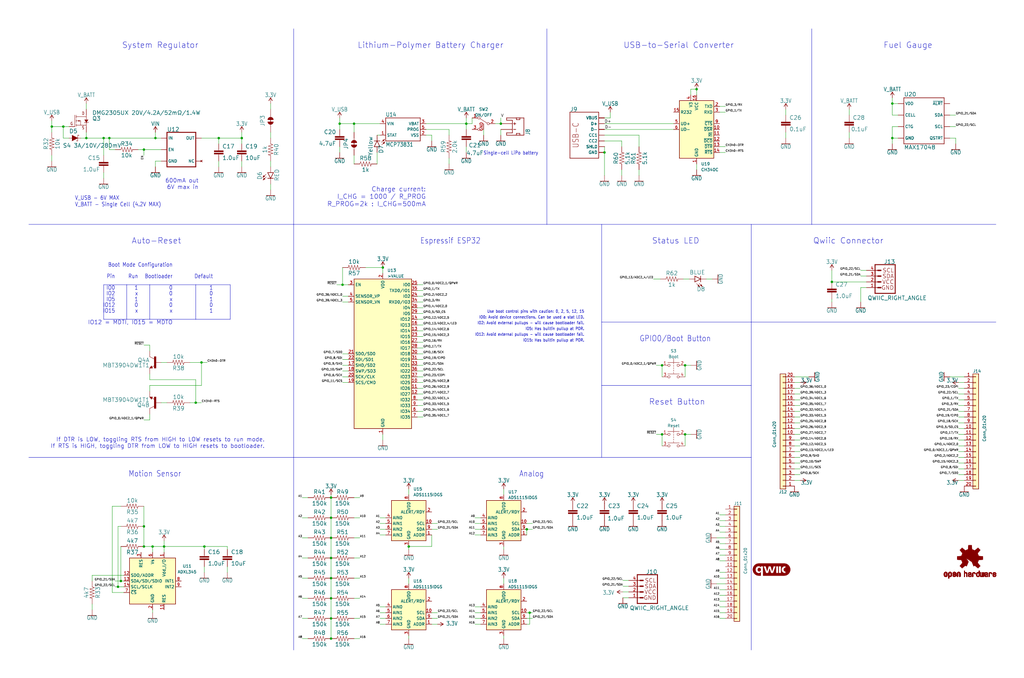
<source format=kicad_sch>
(kicad_sch (version 20230121) (generator eeschema)
  (paper "User" 451.815 299.39)
  (title_block (title "posture") (date "2023-02-28") (rev "0") (company "hasatio"))
  (lib_symbols
    (symbol "Analog_ADC:ADS1115IDGS"
      (property "Reference" "U" (at 2.54 13.97 0))
      (property "Value" "ADS1115IDGS" (at 7.62 11.43 0))
      (symbol "ADS1115IDGS_1_1"
        (pin input line (at 10.16 -5.08 180) (length 2.54) (name "ADDR") (number "1"))
        (pin input line (at 10.16 0 180) (length 2.54) (name "SCL") (number "10"))
        (pin output line (at 10.16 5.08 180) (length 2.54) (name "ALERT/RDY") (number "2"))
        (pin power_in line (at 0 -10.16 90) (length 2.54) (name "GND") (number "3"))
        (pin input line (at -10.16 2.54 0) (length 2.54) (name "AIN0") (number "4"))
        (pin input line (at -10.16 0 0) (length 2.54) (name "AIN1") (number "5"))
        (pin input line (at -10.16 -2.54 0) (length 2.54) (name "AIN2") (number "6"))
        (pin input line (at -10.16 -5.08 0) (length 2.54) (name "AIN3") (number "7"))
        (pin power_in line (at 0 12.7 270) (length 2.54) (name "VDD") (number "8"))
        (pin bidirectional line (at 10.16 -2.54 180) (length 2.54) (name "SDA") (number "9"))
      )
    )
    (symbol "Connector_Generic:Conn_01x20" (pin_names (offset 1.016) hide)
      (property "Reference" "J" (at 0 25.4 0))
      (property "Value" "Conn_01x20" (at 0 -27.94 0))
      (symbol "Conn_01x20_1_1"
        (pin passive line (at -5.08 22.86 0) (length 3.81) (name "Pin_1") (number "1"))
        (pin passive line (at -5.08 0 0) (length 3.81) (name "Pin_10") (number "10"))
        (pin passive line (at -5.08 -2.54 0) (length 3.81) (name "Pin_11") (number "11"))
        (pin passive line (at -5.08 -5.08 0) (length 3.81) (name "Pin_12") (number "12"))
        (pin passive line (at -5.08 -7.62 0) (length 3.81) (name "Pin_13") (number "13"))
        (pin passive line (at -5.08 -10.16 0) (length 3.81) (name "Pin_14") (number "14"))
        (pin passive line (at -5.08 -12.7 0) (length 3.81) (name "Pin_15") (number "15"))
        (pin passive line (at -5.08 -15.24 0) (length 3.81) (name "Pin_16") (number "16"))
        (pin passive line (at -5.08 -17.78 0) (length 3.81) (name "Pin_17") (number "17"))
        (pin passive line (at -5.08 -20.32 0) (length 3.81) (name "Pin_18") (number "18"))
        (pin passive line (at -5.08 -22.86 0) (length 3.81) (name "Pin_19") (number "19"))
        (pin passive line (at -5.08 20.32 0) (length 3.81) (name "Pin_2") (number "2"))
        (pin passive line (at -5.08 -25.4 0) (length 3.81) (name "Pin_20") (number "20"))
        (pin passive line (at -5.08 17.78 0) (length 3.81) (name "Pin_3") (number "3"))
        (pin passive line (at -5.08 15.24 0) (length 3.81) (name "Pin_4") (number "4"))
        (pin passive line (at -5.08 12.7 0) (length 3.81) (name "Pin_5") (number "5"))
        (pin passive line (at -5.08 10.16 0) (length 3.81) (name "Pin_6") (number "6"))
        (pin passive line (at -5.08 7.62 0) (length 3.81) (name "Pin_7") (number "7"))
        (pin passive line (at -5.08 5.08 0) (length 3.81) (name "Pin_8") (number "8"))
        (pin passive line (at -5.08 2.54 0) (length 3.81) (name "Pin_9") (number "9"))
      )
    )
    (symbol "Interface_USB:CH340C"
      (property "Reference" "U" (at -5.08 13.97 0))
      (property "Value" "CH340C" (at 1.27 13.97 0))
      (symbol "CH340C_1_1"
        (pin power_in line (at 0 -15.24 90) (length 2.54) (name "GND") (number "1"))
        (pin input line (at 10.16 0 180) (length 2.54) (name "~{DSR}") (number "10"))
        (pin input line (at 10.16 -2.54 180) (length 2.54) (name "~{RI}") (number "11"))
        (pin input line (at 10.16 -5.08 180) (length 2.54) (name "~{DCD}") (number "12"))
        (pin output line (at 10.16 -7.62 180) (length 2.54) (name "~{DTR}") (number "13"))
        (pin output line (at 10.16 -10.16 180) (length 2.54) (name "~{RTS}") (number "14"))
        (pin input line (at -10.16 7.62 0) (length 2.54) (name "R232") (number "15"))
        (pin power_in line (at 0 15.24 270) (length 2.54) (name "VCC") (number "16"))
        (pin output line (at 10.16 10.16 180) (length 2.54) (name "TXD") (number "2"))
        (pin input line (at 10.16 7.62 180) (length 2.54) (name "RXD") (number "3"))
        (pin passive line (at -2.54 15.24 270) (length 2.54) (name "V3") (number "4"))
        (pin bidirectional line (at -10.16 2.54 0) (length 2.54) (name "UD+") (number "5"))
        (pin bidirectional line (at -10.16 0 0) (length 2.54) (name "UD-") (number "6"))
        (pin no_connect line (at -7.62 -7.62 0) (length 2.54) hide (name "NC") (number "7"))
        (pin no_connect line (at -7.62 -10.16 0) (length 2.54) hide (name "NC") (number "8"))
        (pin input line (at 10.16 2.54 180) (length 2.54) (name "~{CTS}") (number "9"))
      )
    )
    (symbol "RF_Module:ESP32-WROOM-32"
      (property "Reference" "U" (at -12.7 34.29 0))
      (property "Value" "ESP32-WROOM-32" (at 1.27 34.29 0))
      (symbol "ESP32-WROOM-32_1_1"
        (pin power_in line (at 0 -35.56 90) (length 2.54) (name "GND") (number "1"))
        (pin bidirectional line (at 15.24 -12.7 180) (length 2.54) (name "IO25") (number "10"))
        (pin bidirectional line (at 15.24 -15.24 180) (length 2.54) (name "IO26") (number "11"))
        (pin bidirectional line (at 15.24 -17.78 180) (length 2.54) (name "IO27") (number "12"))
        (pin bidirectional line (at 15.24 10.16 180) (length 2.54) (name "IO14") (number "13"))
        (pin bidirectional line (at 15.24 15.24 180) (length 2.54) (name "IO12") (number "14"))
        (pin passive line (at 0 -35.56 90) (length 2.54) hide (name "GND") (number "15"))
        (pin bidirectional line (at 15.24 12.7 180) (length 2.54) (name "IO13") (number "16"))
        (pin bidirectional line (at -15.24 -5.08 0) (length 2.54) (name "SHD/SD2") (number "17"))
        (pin bidirectional line (at -15.24 -7.62 0) (length 2.54) (name "SWP/SD3") (number "18"))
        (pin bidirectional line (at -15.24 -12.7 0) (length 2.54) (name "SCS/CMD") (number "19"))
        (pin power_in line (at 0 35.56 270) (length 2.54) (name "VDD") (number "2"))
        (pin bidirectional line (at -15.24 -10.16 0) (length 2.54) (name "SCK/CLK") (number "20"))
        (pin bidirectional line (at -15.24 0 0) (length 2.54) (name "SDO/SD0") (number "21"))
        (pin bidirectional line (at -15.24 -2.54 0) (length 2.54) (name "SDI/SD1") (number "22"))
        (pin bidirectional line (at 15.24 7.62 180) (length 2.54) (name "IO15") (number "23"))
        (pin bidirectional line (at 15.24 25.4 180) (length 2.54) (name "IO2") (number "24"))
        (pin bidirectional line (at 15.24 30.48 180) (length 2.54) (name "IO0") (number "25"))
        (pin bidirectional line (at 15.24 20.32 180) (length 2.54) (name "IO4") (number "26"))
        (pin bidirectional line (at 15.24 5.08 180) (length 2.54) (name "IO16") (number "27"))
        (pin bidirectional line (at 15.24 2.54 180) (length 2.54) (name "IO17") (number "28"))
        (pin bidirectional line (at 15.24 17.78 180) (length 2.54) (name "IO5") (number "29"))
        (pin input line (at -15.24 30.48 0) (length 2.54) (name "EN") (number "3"))
        (pin bidirectional line (at 15.24 0 180) (length 2.54) (name "IO18") (number "30"))
        (pin bidirectional line (at 15.24 -2.54 180) (length 2.54) (name "IO19") (number "31"))
        (pin no_connect line (at -12.7 -27.94 0) (length 2.54) hide (name "NC") (number "32"))
        (pin bidirectional line (at 15.24 -5.08 180) (length 2.54) (name "IO21") (number "33"))
        (pin bidirectional line (at 15.24 22.86 180) (length 2.54) (name "RXD0/IO3") (number "34"))
        (pin bidirectional line (at 15.24 27.94 180) (length 2.54) (name "TXD0/IO1") (number "35"))
        (pin bidirectional line (at 15.24 -7.62 180) (length 2.54) (name "IO22") (number "36"))
        (pin bidirectional line (at 15.24 -10.16 180) (length 2.54) (name "IO23") (number "37"))
        (pin passive line (at 0 -35.56 90) (length 2.54) hide (name "GND") (number "38"))
        (pin passive line (at 0 -35.56 90) (length 2.54) hide (name "GND") (number "39"))
        (pin input line (at -15.24 25.4 0) (length 2.54) (name "SENSOR_VP") (number "4"))
        (pin input line (at -15.24 22.86 0) (length 2.54) (name "SENSOR_VN") (number "5"))
        (pin input line (at 15.24 -25.4 180) (length 2.54) (name "IO34") (number "6"))
        (pin input line (at 15.24 -27.94 180) (length 2.54) (name "IO35") (number "7"))
        (pin bidirectional line (at 15.24 -20.32 180) (length 2.54) (name "IO32") (number "8"))
        (pin bidirectional line (at 15.24 -22.86 180) (length 2.54) (name "IO33") (number "9"))
      )
    )
    (symbol "Sensor_Motion:ADXL343"
      (property "Reference" "U" (at -8.89 11.43 0))
      (property "Value" "ADXL343" (at -7.62 -11.43 0))
      (symbol "ADXL343_1_1"
        (pin power_in line (at 5.08 12.7 270) (length 2.54) (name "Vdd_I/O") (number "1"))
        (pin no_connect line (at -5.08 -10.16 90) (length 2.54) hide (name "NC") (number "10"))
        (pin passive line (at 5.08 -12.7 90) (length 2.54) (name "RES") (number "11"))
        (pin bidirectional line (at -12.7 2.54 0) (length 2.54) (name "SDO/ADDR") (number "12"))
        (pin bidirectional line (at -12.7 0 0) (length 2.54) (name "SDA/SDI/SDIO") (number "13"))
        (pin input line (at -12.7 -2.54 0) (length 2.54) (name "SCL/SCLK") (number "14"))
        (pin power_in line (at 0 -12.7 90) (length 2.54) (name "GND") (number "2"))
        (pin passive line (at -5.08 12.7 270) (length 2.54) (name "RES") (number "3"))
        (pin passive line (at 0 -12.7 90) (length 2.54) hide (name "GND") (number "4"))
        (pin passive line (at 0 -12.7 90) (length 2.54) hide (name "GND") (number "5"))
        (pin power_in line (at 0 12.7 270) (length 2.54) (name "Vs") (number "6"))
        (pin input line (at -12.7 -5.08 0) (length 2.54) (name "~{CS}") (number "7"))
        (pin output line (at 12.7 0 180) (length 2.54) (name "INT1") (number "8"))
        (pin output line (at 12.7 -2.54 180) (length 2.54) (name "INT2") (number "9"))
      )
    )
    (symbol "SparkFun ESP32 Thing Plus C-eagle-import:0.1UF-0402T-16V-10%"
      (property "Reference" "C" (at 1.524 2.921 0))
      (property "Value" "0.1UF-0402T-16V-10%" (at 1.524 -2.159 0))
      (symbol "0.1UF-0402T-16V-10%_1_0"
        (pin passive line (at 0 5.08 270) (length 2.54) (name "1") (number "1"))
        (pin passive line (at 0 -2.54 90) (length 2.54) (name "2") (number "2"))
      )
    )
    (symbol "SparkFun ESP32 Thing Plus C-eagle-import:0.1UF-0402T-6.3V-10%-X7R"
      (property "Reference" "C" (at 1.524 2.921 0))
      (property "Value" "0.1UF-0402T-6.3V-10%-X7R" (at 1.524 -2.159 0))
      (symbol "0.1UF-0402T-6.3V-10%-X7R_1_0"
        (pin passive line (at 0 5.08 270) (length 2.54) (name "1") (number "1"))
        (pin passive line (at 0 -2.54 90) (length 2.54) (name "2") (number "2"))
      )
    )
    (symbol "SparkFun ESP32 Thing Plus C-eagle-import:1.0UF-0402T-16V-10%"
      (property "Reference" "C" (at 1.524 2.921 0))
      (property "Value" "1.0UF-0402T-16V-10%" (at 1.524 -2.159 0))
      (symbol "1.0UF-0402T-16V-10%_1_0"
        (pin passive line (at 0 5.08 270) (length 2.54) (name "1") (number "1"))
        (pin passive line (at 0 -2.54 90) (length 2.54) (name "2") (number "2"))
      )
    )
    (symbol "SparkFun ESP32 Thing Plus C-eagle-import:10KOHM-0402T-1{slash}16W-1%"
      (property "Reference" "R" (at 0 1.524 0))
      (property "Value" "10KOHM-0402T-1{slash}16W-1%" (at 0 -1.524 0))
      (symbol "10KOHM-0402T-1{slash}16W-1%_1_0"
        (pin passive line (at -5.08 0 0) (length 2.54) (name "1") (number "1"))
        (pin passive line (at 5.08 0 180) (length 2.54) (name "2") (number "2"))
      )
    )
    (symbol "SparkFun ESP32 Thing Plus C-eagle-import:10UF-0402T-6.3V-20%"
      (property "Reference" "C" (at 1.524 2.921 0))
      (property "Value" "10UF-0402T-6.3V-20%" (at 1.524 -2.159 0))
      (symbol "10UF-0402T-6.3V-20%_1_0"
        (pin passive line (at 0 5.08 270) (length 2.54) (name "1") (number "1"))
        (pin passive line (at 0 -2.54 90) (length 2.54) (name "2") (number "2"))
      )
    )
    (symbol "SparkFun ESP32 Thing Plus C-eagle-import:1KOHM-0402T-1{slash}16W-1%"
      (property "Reference" "R" (at 0 1.524 0))
      (property "Value" "1KOHM-0402T-1{slash}16W-1%" (at 0 -1.524 0))
      (symbol "1KOHM-0402T-1{slash}16W-1%_1_0"
        (pin passive line (at -5.08 0 0) (length 2.54) (name "1") (number "1"))
        (pin passive line (at 5.08 0 180) (length 2.54) (name "2") (number "2"))
      )
    )
    (symbol "SparkFun ESP32 Thing Plus C-eagle-import:2.0KOHM-0603-1{slash}10W-5%"
      (property "Reference" "R" (at 0 1.524 0))
      (property "Value" "2.0KOHM-0603-1{slash}10W-5%" (at 0 -1.524 0))
      (symbol "2.0KOHM-0603-1{slash}10W-5%_1_0"
        (pin passive line (at -5.08 0 0) (length 2.54) (name "1") (number "1"))
        (pin passive line (at 5.08 0 180) (length 2.54) (name "2") (number "2"))
      )
    )
    (symbol "SparkFun ESP32 Thing Plus C-eagle-import:3.3V" (power)
      (property "Value" "3.3V" (at 0 2.794 0))
      (symbol "3.3V_1_0"
        (pin power_in line (at 0 0 90) (length 2.54) (name "3.3V") (number "1"))
      )
    )
    (symbol "SparkFun ESP32 Thing Plus C-eagle-import:4.7UF-0402_TIGHT-6.3V-20%-X5R"
      (property "Reference" "C" (at 1.524 2.921 0))
      (property "Value" "4.7UF-0402_TIGHT-6.3V-20%-X5R" (at 1.524 -2.159 0))
      (symbol "4.7UF-0402_TIGHT-6.3V-20%-X5R_1_0"
        (pin passive line (at 0 5.08 270) (length 2.54) (name "1") (number "1"))
        (pin passive line (at 0 -2.54 90) (length 2.54) (name "2") (number "2"))
      )
    )
    (symbol "SparkFun ESP32 Thing Plus C-eagle-import:4.7UF-0603-35V-(20%)"
      (property "Reference" "C" (at 1.524 2.921 0))
      (property "Value" "4.7UF-0603-35V-(20%)" (at 1.524 -2.159 0))
      (symbol "4.7UF-0603-35V-(20%)_1_0"
        (pin passive line (at 0 5.08 270) (length 2.54) (name "1") (number "1"))
        (pin passive line (at 0 -2.54 90) (length 2.54) (name "2") (number "2"))
      )
    )
    (symbol "SparkFun ESP32 Thing Plus C-eagle-import:5.1KOHM-0402T-1{slash}16W-1%"
      (property "Reference" "R" (at 0 1.524 0))
      (property "Value" "5.1KOHM-0402T-1{slash}16W-1%" (at 0 -1.524 0))
      (symbol "5.1KOHM-0402T-1{slash}16W-1%_1_0"
        (pin passive line (at -5.08 0 0) (length 2.54) (name "1") (number "1"))
        (pin passive line (at 5.08 0 180) (length 2.54) (name "2") (number "2"))
      )
    )
    (symbol "SparkFun ESP32 Thing Plus C-eagle-import:DIODE-SCHOTTKY-BAT60A"
      (property "Reference" "D" (at -2.54 2.032 0))
      (property "Value" "DIODE-SCHOTTKY-BAT60A" (at -2.54 -2.032 0))
      (symbol "DIODE-SCHOTTKY-BAT60A_1_0"
        (pin passive line (at -2.54 0 0) (length 0) (name "A") (number "A"))
        (pin passive line (at 2.54 0 180) (length 0) (name "C") (number "C"))
      )
    )
    (symbol "SparkFun ESP32 Thing Plus C-eagle-import:GND" (power)
      (property "Value" "GND" (at 0 -0.254 0))
      (symbol "GND_1_0"
        (pin power_in line (at 0 2.54 270) (length 2.54) (name "GND") (number "1"))
      )
    )
    (symbol "SparkFun ESP32 Thing Plus C-eagle-import:JST_2MM_MALE"
      (property "Reference" "J" (at -2.54 5.842 0))
      (symbol "JST_2MM_MALE_1_0"
        (pin bidirectional line (at 0 -5.08 90) (length 5.08) (name "-") (number "1"))
        (pin bidirectional line (at 2.54 -5.08 90) (length 5.08) (name "+") (number "2"))
        (pin bidirectional line (at -2.54 2.54 90) (length 0) (name "PAD1") (number "NC1"))
        (pin bidirectional line (at 5.08 2.54 90) (length 0) (name "PAD2") (number "NC2"))
      )
    )
    (symbol "SparkFun ESP32 Thing Plus C-eagle-import:JUMPER-SMT_2_NC_TRACE_SILK"
      (property "Reference" "JP" (at -2.54 2.54 0))
      (property "Value" "JUMPER-SMT_2_NC_TRACE_SILK" (at -2.54 -2.54 0))
      (symbol "JUMPER-SMT_2_NC_TRACE_SILK_1_0"
        (pin passive line (at -5.08 0 0) (length 2.54) (name "1") (number "1"))
        (pin passive line (at 5.08 0 180) (length 2.54) (name "2") (number "2"))
      )
    )
    (symbol "SparkFun ESP32 Thing Plus C-eagle-import:LED-BLUE0603"
      (property "Reference" "D" (at -3.429 -4.572 90))
      (property "Value" "LED-BLUE0603" (at 1.905 -4.572 90))
      (symbol "LED-BLUE0603_1_0"
        (pin passive line (at 0 2.54 270) (length 2.54) (name "A") (number "A"))
        (pin passive line (at 0 -5.08 90) (length 2.54) (name "C") (number "C"))
      )
    )
    (symbol "SparkFun ESP32 Thing Plus C-eagle-import:LED-RED0603"
      (property "Reference" "D" (at -3.429 -4.572 90))
      (property "Value" "LED-RED0603" (at 1.905 -4.572 90))
      (symbol "LED-RED0603_1_0"
        (pin passive line (at 0 2.54 270) (length 2.54) (name "A") (number "A"))
        (pin passive line (at 0 -5.08 90) (length 2.54) (name "C") (number "C"))
      )
    )
    (symbol "SparkFun ESP32 Thing Plus C-eagle-import:LED-YELLOW0603"
      (property "Reference" "D" (at -3.429 -4.572 90))
      (property "Value" "LED-YELLOW0603" (at 1.905 -4.572 90))
      (symbol "LED-YELLOW0603_1_0"
        (pin passive line (at 0 2.54 270) (length 2.54) (name "A") (number "A"))
        (pin passive line (at 0 -5.08 90) (length 2.54) (name "C") (number "C"))
      )
    )
    (symbol "SparkFun ESP32 Thing Plus C-eagle-import:MAX17048DFN8"
      (property "Reference" "U" (at -10.16 10.668 0))
      (property "Value" "MAX17048DFN8" (at -10.16 -12.7 0))
      (symbol "MAX17048DFN8_1_0"
        (pin input line (at -12.7 -2.54 0) (length 2.54) (name "CTG") (number "1"))
        (pin input line (at -12.7 2.54 0) (length 2.54) (name "CELL") (number "2"))
        (pin bidirectional line (at -12.7 7.62 0) (length 2.54) (name "VDD") (number "3"))
        (pin bidirectional line (at -12.7 -7.62 0) (length 2.54) (name "GND") (number "4"))
        (pin bidirectional line (at 10.16 7.62 180) (length 2.54) (name "~{ALRT}") (number "5"))
        (pin bidirectional line (at 10.16 -7.62 180) (length 2.54) (name "QSTRT") (number "6"))
        (pin output line (at 10.16 -2.54 180) (length 2.54) (name "SCL") (number "7"))
        (pin input line (at 10.16 2.54 180) (length 2.54) (name "SDA") (number "8"))
        (pin bidirectional line (at -12.7 -7.62 0) (length 2.54) (name "GND") (number "9"))
      )
    )
    (symbol "SparkFun ESP32 Thing Plus C-eagle-import:MCP73831"
      (property "Reference" "U" (at -7.62 5.588 0))
      (property "Value" "MCP73831" (at -7.62 -7.62 0))
      (symbol "MCP73831_1_0"
        (pin output line (at -10.16 -2.54 0) (length 2.54) (name "STAT") (number "1"))
        (pin power_in line (at 10.16 -2.54 180) (length 2.54) (name "VSS") (number "2"))
        (pin power_in line (at 10.16 2.54 180) (length 2.54) (name "VBAT") (number "3"))
        (pin power_in line (at -10.16 2.54 0) (length 2.54) (name "VIN") (number "4"))
        (pin input line (at 10.16 0 180) (length 2.54) (name "PROG") (number "5"))
      )
    )
    (symbol "SparkFun ESP32 Thing Plus C-eagle-import:MOSFET_PCH-DMG2305UX-7"
      (property "Reference" "Q" (at 5.08 0 0))
      (property "Value" "MOSFET_PCH-DMG2305UX-7" (at 5.08 -2.54 0))
      (symbol "MOSFET_PCH-DMG2305UX-7_1_0"
        (text "D" (at 0.508 2.54 0) (effects (font (size 1.27 1.0795)) (justify left bottom)))
        (text "G" (at -3.302 -0.508 0) (effects (font (size 1.27 1.0795)) (justify right top)))
        (text "S" (at 0.508 -3.81 0) (effects (font (size 1.27 1.0795)) (justify left bottom)))
        (pin bidirectional line (at -5.08 -2.54 0) (length 2.54) (name "G") (number "1"))
        (pin bidirectional line (at 2.54 -5.08 90) (length 2.54) (name "S") (number "2"))
        (pin bidirectional line (at 2.54 5.08 270) (length 2.54) (name "D") (number "3"))
      )
    )
    (symbol "SparkFun ESP32 Thing Plus C-eagle-import:OSHW-LOGOMINI")
    (symbol "SparkFun ESP32 Thing Plus C-eagle-import:QWIIC_CONNECTORJS-1MM"
      (property "Reference" "J" (at -5.08 7.874 0))
      (property "Value" "QWIIC_CONNECTORJS-1MM" (at -5.08 -5.334 0))
      (symbol "QWIIC_CONNECTORJS-1MM_1_0"
        (text "GND" (at -4.572 -2.54 0) (effects (font (size 1.778 1.778)) (justify left)))
        (text "SCL" (at -4.572 5.08 0) (effects (font (size 1.778 1.778)) (justify left)))
        (text "SDA" (at -4.572 2.54 0) (effects (font (size 1.778 1.778)) (justify left)))
        (text "VCC" (at -4.572 0 0) (effects (font (size 1.778 1.778)) (justify left)))
        (pin power_in line (at 7.62 -2.54 180) (length 5.08) (name "1") (number "1"))
        (pin power_in line (at 7.62 0 180) (length 5.08) (name "2") (number "2"))
        (pin passive line (at 7.62 2.54 180) (length 5.08) (name "3") (number "3"))
        (pin passive line (at 7.62 5.08 180) (length 5.08) (name "4") (number "4"))
      )
    )
    (symbol "SparkFun ESP32 Thing Plus C-eagle-import:QWIIC_LOGO_4MM")
    (symbol "SparkFun ESP32 Thing Plus C-eagle-import:TRANS_NPN_DUAL-MBT3904DW1T1"
      (property "Reference" "Q" (at 2.54 0 0))
      (property "Value" "TRANS_NPN_DUAL-MBT3904DW1T1" (at 2.54 -2.286 0))
      (symbol "TRANS_NPN_DUAL-MBT3904DW1T1_1_0"
        (pin passive line (at 2.54 5.08 270) (length 2.54) (name "C") (number "3"))
        (pin passive line (at 2.54 -5.08 90) (length 2.54) (name "E") (number "4"))
        (pin passive line (at -2.54 0 0) (length 2.54) (name "B") (number "5"))
      )
      (symbol "TRANS_NPN_DUAL-MBT3904DW1T1_2_0"
        (pin passive line (at 2.54 -5.08 90) (length 2.54) (name "E") (number "1"))
        (pin passive line (at -2.54 0 0) (length 2.54) (name "B") (number "2"))
        (pin passive line (at 2.54 5.08 270) (length 2.54) (name "C") (number "6"))
      )
    )
    (symbol "SparkFun ESP32 Thing Plus C-eagle-import:USB_C_2-LAYER_PADS"
      (property "Reference" "J" (at -2.54 10.414 0))
      (property "Value" "USB_C_2-LAYER_PADS" (at -2.54 -12.446 0))
      (symbol "USB_C_2-LAYER_PADS_1_0"
        (text "USB-C" (at 0 0 900) (effects (font (size 2.54 2.159))))
        (pin bidirectional line (at 12.7 0 180) (length 2.54) (name "CC1") (number "A5"))
        (pin bidirectional line (at 12.7 5.08 180) (length 2.54) (name "D+") (number "A6"))
        (pin bidirectional line (at 12.7 2.54 180) (length 2.54) (name "D-") (number "A7"))
        (pin bidirectional line (at 12.7 -2.54 180) (length 2.54) (name "CC2") (number "B5"))
        (pin bidirectional line (at 12.7 5.08 180) (length 2.54) (name "D+") (number "B6"))
        (pin bidirectional line (at 12.7 2.54 180) (length 2.54) (name "D-") (number "B7"))
        (pin bidirectional line (at 12.7 -7.62 180) (length 2.54) (name "GND") (number "GND"))
        (pin bidirectional line (at 12.7 -7.62 180) (length 2.54) (name "GND") (number "GND2"))
        (pin bidirectional line (at 12.7 -5.08 180) (length 2.54) (name "SHLD") (number "SHLD1"))
        (pin bidirectional line (at 12.7 -5.08 180) (length 2.54) (name "SHLD") (number "SHLD2"))
        (pin bidirectional line (at 12.7 -5.08 180) (length 2.54) (name "SHLD") (number "SHLD3"))
        (pin bidirectional line (at 12.7 -5.08 180) (length 2.54) (name "SHLD") (number "SHLD4"))
        (pin bidirectional line (at 12.7 7.62 180) (length 2.54) (name "VBUS") (number "VBUS1"))
        (pin bidirectional line (at 12.7 7.62 180) (length 2.54) (name "VBUS") (number "VBUS2"))
      )
    )
    (symbol "SparkFun ESP32 Thing Plus C-eagle-import:VIN" (power)
      (property "Value" "VIN" (at 0 2.794 0))
      (symbol "VIN_1_0"
        (pin power_in line (at 0 0 90) (length 2.54) (name "VIN") (number "1"))
      )
    )
    (symbol "SparkFun ESP32 Thing Plus C-eagle-import:V_BATT" (power)
      (property "Value" "V_BATT" (at 0 2.794 0))
      (symbol "V_BATT_1_0"
        (pin power_in line (at 0 0 90) (length 2.54) (name "V_BATT") (number "1"))
      )
    )
    (symbol "SparkFun ESP32 Thing Plus C-eagle-import:V_REG_AP2112K-3.3V"
      (property "Reference" "U" (at -7.62 7.874 0))
      (property "Value" "V_REG_AP2112K-3.3V" (at -7.62 -7.874 0))
      (symbol "V_REG_AP2112K-3.3V_1_0"
        (pin input line (at -10.16 5.08 0) (length 2.54) (name "IN") (number "1"))
        (pin input line (at -10.16 -5.08 0) (length 2.54) (name "GND") (number "2"))
        (pin input line (at -10.16 0 0) (length 2.54) (name "EN") (number "3"))
        (pin no_connect line (at 7.62 -5.08 180) (length 2.54) (name "NC") (number "4"))
        (pin passive line (at 7.62 5.08 180) (length 2.54) (name "OUT") (number "5"))
      )
    )
    (symbol "SparkFun ESP32 Thing Plus C-eagle-import:V_USB" (power)
      (property "Value" "V_USB" (at 0 2.794 0))
      (symbol "V_USB_1_0"
        (pin power_in line (at 0 0 90) (length 2.54) (name "V_USB") (number "1"))
      )
    )
    (symbol "Switch:SW_Push_Dual" (pin_names (offset 1.016) hide)
      (property "Reference" "SW" (at 1.27 2.54 0))
      (property "Value" "SW_Push_Dual" (at 0 -6.858 0))
      (symbol "SW_Push_Dual_0_1"
        (pin passive line (at -5.08 0 0) (length 2.54) (name "1") (number "1"))
        (pin passive line (at 5.08 0 180) (length 2.54) (name "2") (number "2"))
        (pin passive line (at -5.08 -5.08 0) (length 2.54) (name "3") (number "3"))
        (pin passive line (at 5.08 -5.08 180) (length 2.54) (name "4") (number "4"))
      )
    )
    (symbol "Switch:SW_SPDT" (pin_names (offset 0) hide)
      (property "Reference" "SW1" (at 0 6.35 0))
      (property "Value" "ON/OFF" (at 0 3.81 0))
      (symbol "SW_SPDT_1_0"
        (pin passive line (at 0 -2.54 90) (length 2.54) (name "GND") (number "GND"))
      )
      (symbol "SW_SPDT_1_1"
        (pin passive line (at 5.08 2.54 180) (length 2.54) (name "A") (number "1"))
        (pin passive line (at -5.08 0 0) (length 2.54) (name "B") (number "2"))
        (pin passive line (at 5.08 -2.54 180) (length 2.54) (name "C") (number "3"))
      )
    )
  )
  (junction (at 53.34 256.54))
  (junction (at 292.1 191.77))
  (junction (at 146.05 237.49))
  (junction (at 149.86 54.61))
  (junction (at 220.98 54.61))
  (junction (at 205.74 54.61))
  (junction (at 45.72 60.96))
  (junction (at 52.07 259.08))
  (junction (at 48.26 60.96))
  (junction (at 27.94 55.88))
  (junction (at 156.21 54.61))
  (junction (at 63.5 232.41))
  (junction (at 302.26 161.29))
  (junction (at 180.34 241.3))
  (junction (at 266.7 67.31))
  (junction (at 72.39 241.3))
  (junction (at 68.58 60.96))
  (junction (at 302.26 191.77))
  (junction (at 67.31 241.3))
  (junction (at 292.1 161.29))
  (junction (at 146.05 219.71))
  (junction (at 367.03 124.46))
  (junction (at 232.41 233.68))
  (junction (at 63.5 241.3))
  (junction (at 90.17 241.3))
  (junction (at 146.05 273.05))
  (junction (at 146.05 228.6))
  (junction (at 88.9 160.02))
  (junction (at 307.34 39.37))
  (junction (at 63.5 66.04))
  (junction (at 151.13 125.73))
  (junction (at 146.05 281.94))
  (junction (at 106.68 60.96))
  (junction (at 393.7 45.72))
  (junction (at 22.86 55.88))
  (junction (at 86.36 177.8))
  (junction (at 393.7 60.96))
  (junction (at 233.68 270.51))
  (junction (at 146.05 246.38))
  (junction (at 96.52 60.96))
  (junction (at 168.91 118.11))
  (junction (at 146.05 264.16))
  (junction (at 38.1 60.96))
  (junction (at 146.05 255.27))
  (wire (pts (xy 180.34 215.9) (xy 180.34 218.44)))
  (wire (pts (xy 133.35 246.38) (xy 135.89 246.38)))
  (wire (pts (xy 71.12 71.12) (xy 68.58 71.12)))
  (wire (pts (xy 350.52 189.23) (xy 353.06 189.23)))
  (wire (pts (xy 317.5 240.03) (xy 320.04 240.03)))
  (wire (pts (xy 317.5 46.99) (xy 320.04 46.99)))
  (wire (pts (xy 180.34 255.27) (xy 180.34 257.81)))
  (wire (pts (xy 45.72 76.2) (xy 45.72 78.74)))
  (wire (pts (xy 304.038 123.19) (xy 301.498 123.19)))
  (wire (pts (xy 419.1 55.88) (xy 421.64 55.88)))
  (wire (pts (xy 166.37 59.69) (xy 167.64 59.69)))
  (polyline (pts (xy 265.43 170.18) (xy 331.47 170.18)))
  (polyline (pts (xy 265.43 142.24) (xy 331.47 142.24)))
  (wire (pts (xy 133.35 219.71) (xy 135.89 219.71)))
  (wire (pts (xy 222.25 215.9) (xy 222.25 218.44)))
  (wire (pts (xy 52.07 232.41) (xy 52.07 259.08)))
  (wire (pts (xy 38.1 45.72) (xy 38.1 48.26)))
  (wire (pts (xy 205.74 57.15) (xy 205.74 54.61)))
  (wire (pts (xy 350.52 204.47) (xy 353.06 204.47)))
  (wire (pts (xy 190.5 241.3) (xy 180.34 241.3)))
  (wire (pts (xy 133.35 255.27) (xy 135.89 255.27)))
  (wire (pts (xy 317.5 227.33) (xy 320.04 227.33)))
  (wire (pts (xy 422.91 209.55) (xy 425.45 209.55)))
  (wire (pts (xy 393.7 45.72) (xy 393.7 43.18)))
  (wire (pts (xy 146.05 255.27) (xy 146.05 264.16)))
  (wire (pts (xy 302.26 161.29) (xy 302.26 166.37)))
  (wire (pts (xy 66.04 152.4) (xy 63.5 152.4)))
  (wire (pts (xy 186.69 158.75) (xy 184.15 158.75)))
  (wire (pts (xy 232.41 275.59) (xy 233.68 275.59)))
  (wire (pts (xy 193.04 273.05) (xy 190.5 273.05)))
  (wire (pts (xy 186.69 128.27) (xy 184.15 128.27)))
  (wire (pts (xy 422.91 184.15) (xy 425.45 184.15)))
  (wire (pts (xy 167.64 273.05) (xy 170.18 273.05)))
  (wire (pts (xy 167.64 231.14) (xy 170.18 231.14)))
  (wire (pts (xy 63.5 66.04) (xy 71.12 66.04)))
  (wire (pts (xy 422.91 181.61) (xy 425.45 181.61)))
  (polyline (pts (xy 129.54 99.06) (xy 241.3 99.06)))
  (wire (pts (xy 186.69 156.21) (xy 184.15 156.21)))
  (wire (pts (xy 146.05 228.6) (xy 146.05 237.49)))
  (wire (pts (xy 234.95 270.51) (xy 233.68 270.51)))
  (wire (pts (xy 167.64 275.59) (xy 170.18 275.59)))
  (wire (pts (xy 67.31 241.3) (xy 67.31 243.84)))
  (wire (pts (xy 396.24 60.96) (xy 393.7 60.96)))
  (wire (pts (xy 193.04 231.14) (xy 190.5 231.14)))
  (wire (pts (xy 66.04 185.42) (xy 66.04 182.88)))
  (wire (pts (xy 68.58 71.12) (xy 68.58 73.66)))
  (wire (pts (xy 48.26 60.96) (xy 45.72 60.96)))
  (wire (pts (xy 419.1 50.8) (xy 421.64 50.8)))
  (wire (pts (xy 346.71 48.26) (xy 346.71 50.8)))
  (wire (pts (xy 266.7 59.69) (xy 281.94 59.69)))
  (wire (pts (xy 151.13 168.91) (xy 153.67 168.91)))
  (wire (pts (xy 151.13 158.75) (xy 153.67 158.75)))
  (wire (pts (xy 73.66 160.02) (xy 71.12 160.02)))
  (wire (pts (xy 53.34 232.41) (xy 52.07 232.41)))
  (polyline (pts (xy 129.54 12.7) (xy 129.54 99.06)))
  (wire (pts (xy 193.04 275.59) (xy 190.5 275.59)))
  (wire (pts (xy 151.13 166.37) (xy 153.67 166.37)))
  (wire (pts (xy 234.95 273.05) (xy 232.41 273.05)))
  (wire (pts (xy 153.67 125.73) (xy 151.13 125.73)))
  (wire (pts (xy 317.5 232.41) (xy 320.04 232.41)))
  (wire (pts (xy 166.37 67.31) (xy 166.37 72.39)))
  (wire (pts (xy 317.5 64.77) (xy 320.04 64.77)))
  (wire (pts (xy 274.32 62.23) (xy 274.32 64.77)))
  (wire (pts (xy 422.91 199.39) (xy 425.45 199.39)))
  (wire (pts (xy 382.27 127) (xy 379.73 127)))
  (wire (pts (xy 151.13 163.83) (xy 153.67 163.83)))
  (polyline (pts (xy 55.88 125.73) (xy 66.04 125.73)))
  (wire (pts (xy 422.91 173.99) (xy 425.45 173.99)))
  (wire (pts (xy 317.5 247.65) (xy 320.04 247.65)))
  (wire (pts (xy 52.07 259.08) (xy 54.61 259.08)))
  (wire (pts (xy 266.7 57.15) (xy 297.18 57.15)))
  (polyline (pts (xy 265.43 99.06) (xy 331.47 99.06)))
  (wire (pts (xy 63.5 241.3) (xy 67.31 241.3)))
  (wire (pts (xy 205.74 52.07) (xy 205.74 54.61)))
  (wire (pts (xy 186.69 153.67) (xy 184.15 153.67)))
  (wire (pts (xy 317.5 262.89) (xy 320.04 262.89)))
  (wire (pts (xy 350.52 176.53) (xy 353.06 176.53)))
  (polyline (pts (xy 66.04 140.97) (xy 55.88 140.97)))
  (wire (pts (xy 186.69 133.35) (xy 184.15 133.35)))
  (wire (pts (xy 393.7 55.88) (xy 393.7 60.96)))
  (wire (pts (xy 50.8 66.04) (xy 48.26 66.04)))
  (polyline (pts (xy 101.6 125.73) (xy 101.6 140.97)))
  (wire (pts (xy 133.35 237.49) (xy 135.89 237.49)))
  (polyline (pts (xy 241.3 99.06) (xy 265.43 99.06)))
  (wire (pts (xy 158.75 255.27) (xy 156.21 255.27)))
  (wire (pts (xy 234.95 233.68) (xy 232.41 233.68)))
  (wire (pts (xy 96.52 73.66) (xy 96.52 71.12)))
  (wire (pts (xy 53.34 256.54) (xy 54.61 256.54)))
  (wire (pts (xy 396.24 55.88) (xy 393.7 55.88)))
  (wire (pts (xy 422.91 212.09) (xy 425.45 212.09)))
  (polyline (pts (xy 129.54 201.93) (xy 265.43 201.93)))
  (wire (pts (xy 317.5 267.97) (xy 320.04 267.97)))
  (wire (pts (xy 90.17 252.73) (xy 90.17 250.19)))
  (polyline (pts (xy 12.7 99.06) (xy 129.54 99.06)))
  (wire (pts (xy 274.32 77.47) (xy 274.32 74.93)))
  (wire (pts (xy 54.61 254) (xy 40.64 254)))
  (wire (pts (xy 209.55 231.14) (xy 212.09 231.14)))
  (wire (pts (xy 167.64 233.68) (xy 170.18 233.68)))
  (wire (pts (xy 146.05 246.38) (xy 146.05 255.27)))
  (wire (pts (xy 317.5 252.73) (xy 320.04 252.73)))
  (wire (pts (xy 50.8 259.08) (xy 52.07 259.08)))
  (wire (pts (xy 168.91 118.11) (xy 168.91 120.65)))
  (wire (pts (xy 277.368 256.286) (xy 274.828 256.286)))
  (wire (pts (xy 53.34 223.52) (xy 49.53 223.52)))
  (wire (pts (xy 350.52 207.01) (xy 353.06 207.01)))
  (wire (pts (xy 67.31 270.51) (xy 67.31 269.24)))
  (polyline (pts (xy 331.47 201.93) (xy 265.43 201.93)))
  (wire (pts (xy 304.8 41.91) (xy 304.8 39.37)))
  (wire (pts (xy 151.13 125.73) (xy 148.59 125.73)))
  (wire (pts (xy 167.64 270.51) (xy 170.18 270.51)))
  (wire (pts (xy 186.69 140.97) (xy 184.15 140.97)))
  (wire (pts (xy 374.65 48.26) (xy 374.65 50.8)))
  (wire (pts (xy 106.68 58.42) (xy 106.68 60.96)))
  (wire (pts (xy 88.9 60.96) (xy 96.52 60.96)))
  (wire (pts (xy 269.24 52.07) (xy 266.7 52.07)))
  (wire (pts (xy 307.34 72.39) (xy 307.34 74.93)))
  (wire (pts (xy 316.23 257.81) (xy 320.04 257.81)))
  (wire (pts (xy 422.91 179.07) (xy 425.45 179.07)))
  (wire (pts (xy 317.5 255.27) (xy 320.04 255.27)))
  (wire (pts (xy 53.34 241.3) (xy 53.34 256.54)))
  (wire (pts (xy 350.52 199.39) (xy 353.06 199.39)))
  (wire (pts (xy 146.05 218.44) (xy 146.05 219.71)))
  (wire (pts (xy 193.04 233.68) (xy 190.5 233.68)))
  (wire (pts (xy 90.17 241.3) (xy 72.39 241.3)))
  (wire (pts (xy 66.04 170.18) (xy 88.9 170.18)))
  (wire (pts (xy 66.04 167.64) (xy 66.04 165.1)))
  (wire (pts (xy 209.55 270.51) (xy 212.09 270.51)))
  (wire (pts (xy 350.52 212.09) (xy 353.06 212.09)))
  (polyline (pts (xy 12.7 201.93) (xy 129.54 201.93)))
  (wire (pts (xy 186.69 146.05) (xy 184.15 146.05)))
  (wire (pts (xy 422.91 186.69) (xy 425.45 186.69)))
  (wire (pts (xy 269.24 52.07) (xy 269.24 49.53)))
  (polyline (pts (xy 331.47 142.24) (xy 331.47 99.06)))
  (wire (pts (xy 186.69 135.89) (xy 184.15 135.89)))
  (wire (pts (xy 350.52 166.37) (xy 356.87 166.37)))
  (wire (pts (xy 307.34 41.91) (xy 307.34 39.37)))
  (wire (pts (xy 186.69 173.99) (xy 184.15 173.99)))
  (wire (pts (xy 60.96 66.04) (xy 63.5 66.04)))
  (polyline (pts (xy 129.54 99.06) (xy 129.54 287.02)))
  (wire (pts (xy 167.64 228.6) (xy 170.18 228.6)))
  (wire (pts (xy 71.12 60.96) (xy 68.58 60.96)))
  (wire (pts (xy 232.41 233.68) (xy 232.41 236.22)))
  (wire (pts (xy 350.52 181.61) (xy 353.06 181.61)))
  (wire (pts (xy 393.7 45.72) (xy 396.24 45.72)))
  (wire (pts (xy 30.48 55.88) (xy 27.94 55.88)))
  (wire (pts (xy 350.52 168.91) (xy 353.06 168.91)))
  (wire (pts (xy 149.86 67.31) (xy 149.86 64.77)))
  (wire (pts (xy 205.74 54.61) (xy 187.96 54.61)))
  (wire (pts (xy 419.1 166.37) (xy 425.45 166.37)))
  (wire (pts (xy 288.29 123.19) (xy 291.338 123.19)))
  (wire (pts (xy 106.68 60.96) (xy 106.68 63.5)))
  (wire (pts (xy 88.9 160.02) (xy 91.44 160.02)))
  (polyline (pts (xy 66.04 125.73) (xy 66.04 140.97)))
  (wire (pts (xy 186.69 163.83) (xy 184.15 163.83)))
  (wire (pts (xy 302.26 191.77) (xy 302.26 196.85)))
  (wire (pts (xy 209.55 233.68) (xy 212.09 233.68)))
  (wire (pts (xy 106.68 73.66) (xy 106.68 71.12)))
  (wire (pts (xy 133.35 273.05) (xy 135.89 273.05)))
  (wire (pts (xy 86.36 167.64) (xy 66.04 167.64)))
  (wire (pts (xy 72.39 243.84) (xy 72.39 241.3)))
  (wire (pts (xy 281.94 59.69) (xy 281.94 64.77)))
  (wire (pts (xy 281.94 77.47) (xy 281.94 74.93)))
  (wire (pts (xy 49.53 223.52) (xy 49.53 261.62)))
  (wire (pts (xy 422.91 189.23) (xy 425.45 189.23)))
  (wire (pts (xy 186.69 179.07) (xy 184.15 179.07)))
  (wire (pts (xy 158.75 273.05) (xy 156.21 273.05)))
  (wire (pts (xy 40.64 269.24) (xy 40.64 266.7)))
  (wire (pts (xy 66.04 185.42) (xy 63.5 185.42)))
  (wire (pts (xy 266.7 62.23) (xy 274.32 62.23)))
  (wire (pts (xy 63.5 223.52) (xy 63.5 232.41)))
  (wire (pts (xy 317.5 242.57) (xy 320.04 242.57)))
  (wire (pts (xy 350.52 194.31) (xy 353.06 194.31)))
  (wire (pts (xy 422.91 201.93) (xy 425.45 201.93)))
  (wire (pts (xy 27.94 55.88) (xy 22.86 55.88)))
  (wire (pts (xy 292.1 166.37) (xy 292.1 161.29)))
  (wire (pts (xy 186.69 143.51) (xy 184.15 143.51)))
  (wire (pts (xy 100.33 252.73) (xy 100.33 250.19)))
  (wire (pts (xy 350.52 196.85) (xy 353.06 196.85)))
  (wire (pts (xy 350.52 171.45) (xy 353.06 171.45)))
  (wire (pts (xy 186.69 166.37) (xy 184.15 166.37)))
  (wire (pts (xy 422.91 194.31) (xy 425.45 194.31)))
  (wire (pts (xy 393.7 50.8) (xy 393.7 45.72)))
  (wire (pts (xy 350.52 186.69) (xy 353.06 186.69)))
  (wire (pts (xy 68.58 60.96) (xy 48.26 60.96)))
  (wire (pts (xy 266.7 67.31) (xy 266.7 77.47)))
  (wire (pts (xy 186.69 171.45) (xy 184.15 171.45)))
  (wire (pts (xy 422.91 191.77) (xy 425.45 191.77)))
  (wire (pts (xy 292.1 191.77) (xy 292.1 196.85)))
  (polyline (pts (xy 331.47 99.06) (xy 358.14 99.06)))
  (wire (pts (xy 86.36 177.8) (xy 86.36 167.64)))
  (wire (pts (xy 146.05 237.49) (xy 146.05 246.38)))
  (wire (pts (xy 346.71 58.42) (xy 346.71 60.96)))
  (wire (pts (xy 393.7 60.96) (xy 393.7 63.5)))
  (wire (pts (xy 317.5 245.11) (xy 320.04 245.11)))
  (wire (pts (xy 218.44 54.61) (xy 220.98 54.61)))
  (wire (pts (xy 209.55 273.05) (xy 212.09 273.05)))
  (wire (pts (xy 317.5 265.43) (xy 320.04 265.43)))
  (wire (pts (xy 133.35 264.16) (xy 135.89 264.16)))
  (wire (pts (xy 277.368 263.906) (xy 274.828 263.906)))
  (wire (pts (xy 233.68 270.51) (xy 232.41 270.51)))
  (wire (pts (xy 316.23 237.49) (xy 320.04 237.49)))
  (wire (pts (xy 367.03 133.35) (xy 367.03 132.08)))
  (wire (pts (xy 205.74 67.31) (xy 205.74 64.77)))
  (wire (pts (xy 86.36 177.8) (xy 88.9 177.8)))
  (wire (pts (xy 45.72 60.96) (xy 45.72 68.58)))
  (wire (pts (xy 222.25 242.57) (xy 222.25 241.3)))
  (polyline (pts (xy 86.36 140.97) (xy 66.04 140.97)))
  (polyline (pts (xy 331.47 287.02) (xy 331.47 201.93)))
  (wire (pts (xy 67.31 241.3) (xy 72.39 241.3)))
  (polyline (pts (xy 358.14 12.7) (xy 358.14 99.06)))
  (wire (pts (xy 209.55 228.6) (xy 212.09 228.6)))
  (wire (pts (xy 83.82 160.02) (xy 88.9 160.02)))
  (wire (pts (xy 119.38 45.72) (xy 119.38 48.26)))
  (polyline (pts (xy 331.47 142.24) (xy 439.42 142.24)))
  (wire (pts (xy 156.21 54.61) (xy 167.64 54.61)))
  (wire (pts (xy 274.828 261.366) (xy 277.368 261.366)))
  (wire (pts (xy 193.04 270.51) (xy 190.5 270.51)))
  (wire (pts (xy 63.5 232.41) (xy 63.5 241.3)))
  (wire (pts (xy 83.82 177.8) (xy 86.36 177.8)))
  (wire (pts (xy 266.7 54.61) (xy 297.18 54.61)))
  (wire (pts (xy 234.95 231.14) (xy 232.41 231.14)))
  (wire (pts (xy 151.13 156.21) (xy 153.67 156.21)))
  (wire (pts (xy 190.5 59.69) (xy 190.5 62.23)))
  (polyline (pts (xy 45.72 125.73) (xy 55.88 125.73)))
  (wire (pts (xy 317.5 260.35) (xy 320.04 260.35)))
  (polyline (pts (xy 265.43 170.18) (xy 265.43 201.93)))
  (wire (pts (xy 187.96 57.15) (xy 198.12 57.15)))
  (wire (pts (xy 317.5 273.05) (xy 320.04 273.05)))
  (wire (pts (xy 48.26 66.04) (xy 48.26 60.96)))
  (wire (pts (xy 209.55 275.59) (xy 212.09 275.59)))
  (wire (pts (xy 119.38 83.82) (xy 119.38 81.28)))
  (wire (pts (xy 186.69 148.59) (xy 184.15 148.59)))
  (wire (pts (xy 22.86 58.42) (xy 22.86 55.88)))
  (wire (pts (xy 208.28 52.07) (xy 208.28 54.61)))
  (wire (pts (xy 119.38 71.12) (xy 119.38 73.66)))
  (polyline (pts (xy 55.88 140.97) (xy 45.72 140.97)))
  (polyline (pts (xy 66.04 125.73) (xy 86.36 125.73)))
  (wire (pts (xy 49.53 261.62) (xy 54.61 261.62)))
  (wire (pts (xy 374.65 58.42) (xy 374.65 60.96)))
  (wire (pts (xy 302.26 191.77) (xy 304.8 191.77)))
  (polyline (pts (xy 331.47 142.24) (xy 331.47 142.24)))
  (wire (pts (xy 186.69 161.29) (xy 184.15 161.29)))
  (wire (pts (xy 73.66 177.8) (xy 71.12 177.8)))
  (wire (pts (xy 292.1 191.77) (xy 289.56 191.77)))
  (wire (pts (xy 274.828 258.826) (xy 277.368 258.826)))
  (wire (pts (xy 156.21 68.58) (xy 156.21 72.39)))
  (wire (pts (xy 151.13 133.35) (xy 153.67 133.35)))
  (wire (pts (xy 22.86 71.12) (xy 22.86 68.58)))
  (wire (pts (xy 213.36 57.15) (xy 213.36 59.69)))
  (wire (pts (xy 350.52 191.77) (xy 353.06 191.77)))
  (wire (pts (xy 317.5 234.95) (xy 320.04 234.95)))
  (wire (pts (xy 186.69 176.53) (xy 184.15 176.53)))
  (wire (pts (xy 38.1 60.96) (xy 45.72 60.96)))
  (wire (pts (xy 186.69 125.73) (xy 184.15 125.73)))
  (polyline (pts (xy 86.36 125.73) (xy 101.6 125.73)))
  (wire (pts (xy 158.75 237.49) (xy 156.21 237.49)))
  (wire (pts (xy 66.04 172.72) (xy 66.04 170.18)))
  (wire (pts (xy 63.5 66.04) (xy 63.5 68.58)))
  (polyline (pts (xy 265.43 170.18) (xy 265.43 142.24)))
  (wire (pts (xy 220.98 52.07) (xy 220.98 54.61)))
  (wire (pts (xy 146.05 273.05) (xy 146.05 281.94)))
  (wire (pts (xy 422.91 176.53) (xy 425.45 176.53)))
  (wire (pts (xy 100.33 241.3) (xy 90.17 241.3)))
  (wire (pts (xy 350.52 179.07) (xy 353.06 179.07)))
  (wire (pts (xy 133.35 228.6) (xy 135.89 228.6)))
  (polyline (pts (xy 86.36 125.73) (xy 86.36 140.97)))
  (wire (pts (xy 72.39 238.76) (xy 72.39 241.3)))
  (wire (pts (xy 314.198 123.19) (xy 311.658 123.19)))
  (wire (pts (xy 317.5 229.87) (xy 320.04 229.87)))
  (wire (pts (xy 350.52 201.93) (xy 353.06 201.93)))
  (wire (pts (xy 158.75 228.6) (xy 156.21 228.6)))
  (wire (pts (xy 422.91 207.01) (xy 425.45 207.01)))
  (wire (pts (xy 40.64 254) (xy 40.64 256.54)))
  (wire (pts (xy 289.56 161.29) (xy 292.1 161.29)))
  (wire (pts (xy 320.04 67.31) (xy 317.5 67.31)))
  (wire (pts (xy 422.91 204.47) (xy 425.45 204.47)))
  (wire (pts (xy 168.91 194.31) (xy 168.91 191.77)))
  (wire (pts (xy 27.94 55.88) (xy 27.94 60.96)))
  (wire (pts (xy 422.91 168.91) (xy 425.45 168.91)))
  (wire (pts (xy 317.5 270.51) (xy 320.04 270.51)))
  (wire (pts (xy 266.7 64.77) (xy 266.7 67.31)))
  (polyline (pts (xy 241.3 12.7) (xy 241.3 99.06)))
  (wire (pts (xy 186.69 130.81) (xy 184.15 130.81)))
  (wire (pts (xy 421.64 60.96) (xy 421.64 63.5)))
  (wire (pts (xy 186.69 168.91) (xy 184.15 168.91)))
  (wire (pts (xy 22.86 53.34) (xy 22.86 55.88)))
  (wire (pts (xy 220.98 57.15) (xy 220.98 59.69)))
  (wire (pts (xy 68.58 60.96) (xy 68.58 58.42)))
  (wire (pts (xy 186.69 151.13) (xy 184.15 151.13)))
  (wire (pts (xy 50.8 256.54) (xy 53.34 256.54)))
  (wire (pts (xy 198.12 69.85) (xy 198.12 72.39)))
  (wire (pts (xy 233.68 275.59) (xy 233.68 270.51)))
  (wire (pts (xy 419.1 60.96) (xy 421.64 60.96)))
  (wire (pts (xy 151.13 118.11) (xy 151.13 125.73)))
  (wire (pts (xy 350.52 173.99) (xy 353.06 173.99)))
  (wire (pts (xy 317.5 49.53) (xy 320.04 49.53)))
  (wire (pts (xy 133.35 281.94) (xy 135.89 281.94)))
  (wire (pts (xy 350.52 209.55) (xy 353.06 209.55)))
  (wire (pts (xy 186.69 181.61) (xy 184.15 181.61)))
  (wire (pts (xy 146.05 219.71) (xy 146.05 228.6)))
  (wire (pts (xy 167.64 267.97) (xy 170.18 267.97)))
  (wire (pts (xy 27.94 60.96) (xy 30.48 60.96)))
  (wire (pts (xy 205.74 54.61) (xy 208.28 54.61)))
  (wire (pts (xy 96.52 60.96) (xy 96.52 63.5)))
  (wire (pts (xy 180.34 281.94) (xy 180.34 280.67)))
  (wire (pts (xy 90.17 241.3) (xy 90.17 242.57)))
  (wire (pts (xy 186.69 138.43) (xy 184.15 138.43)))
  (wire (pts (xy 350.52 184.15) (xy 353.06 184.15)))
  (wire (pts (xy 379.73 127) (xy 379.73 133.35)))
  (wire (pts (xy 158.75 281.94) (xy 156.21 281.94)))
  (polyline (pts (xy 331.47 201.93) (xy 331.47 170.18)))
  (polyline (pts (xy 45.72 140.97) (xy 45.72 125.73)))
  (wire (pts (xy 149.86 54.61) (xy 149.86 52.07)))
  (wire (pts (xy 96.52 60.96) (xy 106.68 60.96)))
  (wire (pts (xy 186.69 184.15) (xy 184.15 184.15)))
  (wire (pts (xy 190.5 236.22) (xy 190.5 241.3)))
  (wire (pts (xy 158.75 264.16) (xy 156.21 264.16)))
  (wire (pts (xy 382.27 119.38) (xy 379.73 119.38)))
  (wire (pts (xy 307.34 39.37) (xy 304.8 39.37)))
  (wire (pts (xy 382.27 121.92) (xy 379.73 121.92)))
  (wire (pts (xy 158.75 219.71) (xy 156.21 219.71)))
  (wire (pts (xy 88.9 170.18) (xy 88.9 160.02)))
  (wire (pts (xy 302.26 161.29) (xy 304.8 161.29)))
  (wire (pts (xy 119.38 58.42) (xy 119.38 60.96)))
  (wire (pts (xy 180.34 242.57) (xy 180.34 241.3)))
  (wire (pts (xy 161.29 118.11) (xy 168.91 118.11)))
  (wire (pts (xy 198.12 57.15) (xy 198.12 59.69)))
  (wire (pts (xy 209.55 267.97) (xy 212.09 267.97)))
  (polyline (pts (xy 101.6 140.97) (xy 86.36 140.97)))
  (wire (pts (xy 396.24 50.8) (xy 393.7 50.8)))
  (wire (pts (xy 100.33 242.57) (xy 100.33 241.3)))
  (wire (pts (xy 156.21 54.61) (xy 156.21 58.42)))
  (wire (pts (xy 149.86 54.61) (xy 156.21 54.61)))
  (wire (pts (xy 222.25 281.94) (xy 222.25 280.67)))
  (polyline (pts (xy 265.43 142.24) (xy 265.43 99.06)))
  (wire (pts (xy 209.55 236.22) (xy 212.09 236.22)))
  (polyline (pts (xy 55.88 125.73) (xy 55.88 140.97)))
  (wire (pts (xy 151.13 161.29) (xy 153.67 161.29)))
  (polyline (pts (xy 331.47 170.18) (xy 331.47 142.24)))
  (wire (pts (xy 367.03 124.46) (xy 382.27 124.46)))
  (wire (pts (xy 167.64 236.22) (xy 170.18 236.22)))
  (wire (pts (xy 187.96 59.69) (xy 190.5 59.69)))
  (wire (pts (xy 222.25 255.27) (xy 222.25 257.81)))
  (wire (pts (xy 158.75 246.38) (xy 156.21 246.38)))
  (wire (pts (xy 422.91 171.45) (xy 425.45 171.45)))
  (wire (pts (xy 66.04 154.94) (xy 66.04 152.4)))
  (polyline (pts (xy 358.14 99.06) (xy 439.42 99.06)))
  (wire (pts (xy 38.1 58.42) (xy 38.1 60.96)))
  (wire (pts (xy 151.13 130.81) (xy 153.67 130.81)))
  (wire (pts (xy 367.03 119.38) (xy 367.03 124.46)))
  (wire (pts (xy 35.56 60.96) (xy 38.1 60.96)))
  (wire (pts (xy 146.05 264.16) (xy 146.05 273.05)))
  (wire (pts (xy 422.91 196.85) (xy 425.45 196.85)))
  (wire (pts (xy 149.86 54.61) (xy 149.86 57.15)))
  (text "1" (at 93.98 133.35 0) (effects (font (size 1.778 1.5113)) (justify right bottom)))
  (text "Pin" (at 50.8 123.19 0) (effects (font (size 1.778 1.5113)) (justify right bottom)))
  (text "0" (at 76.2 135.89 0) (effects (font (size 1.778 1.5113)) (justify right bottom)))
  (text "V_USB - 6V MAX\nV_BATT - Single Cell (4.2V MAX)" (at 33.02 91.44 0) (effects (font (size 1.778 1.5113)) (justify left bottom)))
  (text "x" (at 76.2 133.35 0) (effects (font (size 1.778 1.5113)) (justify right bottom)))
  (text "Run" (at 60.96 123.19 0) (effects (font (size 1.778 1.5113)) (justify right bottom)))
  (text "1" (at 60.96 128.27 0) (effects (font (size 1.778 1.5113)) (justify right bottom)))
  (text "Espressif ESP32" (at 212.09 107.95 0) (effects (font (size 2.54 2.159)) (justify right bottom)))
  (text "Auto-Reset" (at 80.01 107.95 0) (effects (font (size 2.54 2.54)) (justify right bottom)))
  (text "USB-to-Serial Converter" (at 323.85 21.59 0) (effects (font (size 2.54 2.54)) (justify right bottom)))
  (text "0" (at 76.2 128.27 0) (effects (font (size 1.778 1.5113)) (justify right bottom)))
  (text "x" (at 60.96 130.81 0) (effects (font (size 1.778 1.5113)) (justify right bottom)))
  (text "IO15: Has builtin pullup at POR." (at 257.81 151.13 0) (effects (font (size 1.27 1.0795)) (justify right bottom)))
  (text "0" (at 76.2 130.81 0) (effects (font (size 1.778 1.5113)) (justify right bottom)))
  (text "IO12" (at 50.8 135.89 0) (effects (font (size 1.778 1.5113)) (justify right bottom)))
  (text "IO0" (at 50.8 128.27 0) (effects (font (size 1.778 1.5113)) (justify right bottom)))
  (text "x" (at 60.96 138.43 0) (effects (font (size 1.778 1.5113)) (justify right bottom)))
  (text "IO5" (at 50.8 133.35 0) (effects (font (size 1.778 1.5113)) (justify right bottom)))
  (text "1" (at 93.98 138.43 0) (effects (font (size 1.778 1.5113)) (justify right bottom)))
  (text "0" (at 93.98 130.81 0) (effects (font (size 1.778 1.5113)) (justify right bottom)))
  (text "0" (at 60.96 135.89 0) (effects (font (size 1.778 1.5113)) (justify right bottom)))
  (text "0" (at 93.98 135.89 0) (effects (font (size 1.778 1.5113)) (justify right bottom)))
  (text "IO0: Avoid device connections. Can be used a stat LED." (at 257.81 140.97 0) (effects (font (size 1.27 1.0795)) (justify right bottom)))
  (text "IO2: Avoid external pullups - will cause bootloader fail." (at 257.81 143.51 0) (effects (font (size 1.27 1.0795)) (justify right bottom)))
  (text "600mA out\n6V max in" (at 87.63 83.82 0) (effects (font (size 1.778 1.778)) (justify right bottom)))
  (text "Qwiic Connector" (at 389.89 107.95 0) (effects (font (size 2.54 2.54)) (justify right bottom)))
  (text "IO12 = MDTI, IO15 = MDTO" (at 76.2 143.51 0) (effects (font (size 1.778 1.778)) (justify right bottom)))
  (text "1" (at 93.98 128.27 0) (effects (font (size 1.778 1.5113)) (justify right bottom)))
  (text "GPIO0/Boot Button" (at 313.69 151.13 0) (effects (font (size 2.54 2.159)) (justify right bottom)))
  (text "Lithium-Polymer Battery Charger" (at 222.25 21.59 0) (effects (font (size 2.54 2.54)) (justify right bottom)))
  (text "Status LED" (at 308.61 107.95 0) (effects (font (size 2.54 2.54)) (justify right bottom)))
  (text "Boot Mode Configuration" (at 76.2 118.11 0) (effects (font (size 1.778 1.5113)) (justify right bottom)))
  (text "x" (at 76.2 138.43 0) (effects (font (size 1.778 1.5113)) (justify right bottom)))
  (text "IO5: Has builtin pullup at POR." (at 257.81 146.05 0) (effects (font (size 1.27 1.0795)) (justify right bottom)))
  (text "Fuel Gauge" (at 411.48 21.59 0) (effects (font (size 2.54 2.54)) (justify right bottom)))
  (text "Use boot control pins with caution: 0, 2, 5, 12, 15" (at 257.81 138.43 0) (effects (font (size 1.27 1.0795)) (justify right bottom)))
  (text "Analog\n" (at 240.03 210.82 0) (effects (font (size 2.54 2.159)) (justify right bottom)))
  (text "Single-cell LiPo battery" (at 237.49 68.58 0) (effects (font (size 1.524 1.2954)) (justify right bottom)))
  (text "Charge current:\nI_CHG = 1000 / R_PROG\nR_PROG=2k : I_CHG=500mA" (at 187.96 91.44 0) (effects (font (size 2.032 2.032)) (justify right bottom)))
  (text "IO2" (at 50.8 130.81 0) (effects (font (size 1.778 1.5113)) (justify right bottom)))
  (text "IO15" (at 50.8 138.43 0) (effects (font (size 1.778 1.5113)) (justify right bottom)))
  (text "System Regulator" (at 87.63 21.59 0) (effects (font (size 2.54 2.54)) (justify right bottom)))
  (text "IO12: Avoid external pullups - will cause bootloader fail." (at 257.81 148.59 0) (effects (font (size 1.27 1.0795)) (justify right bottom)))
  (text "Motion Sensor" (at 80.01 210.82 0) (effects (font (size 2.54 2.159)) (justify right bottom)))
  (text "1" (at 60.96 133.35 0) (effects (font (size 1.778 1.5113)) (justify right bottom)))
  (text "Reset Button" (at 311.15 179.07 0) (effects (font (size 2.54 2.54)) (justify right bottom)))
  (text "Default" (at 93.98 123.19 0) (effects (font (size 1.778 1.5113)) (justify right bottom)))
  (text "If DTR is LOW, toggling RTS from HIGH to LOW resets to run mode.\nIf RTS is HIGH, toggling DTR from LOW to HIGH resets to bootloader." (at 116.84 198.12 0) (effects (font (size 1.778 1.778)) (justify right bottom)))
  (text "Bootloader" (at 76.2 123.19 0) (effects (font (size 1.778 1.5113)) (justify right bottom)))
  (label "A8" (at 133.35 281.94 180) (effects (font (size 0.889 0.889))))
  (label "A2" (at 167.64 231.14 180) (effects (font (size 0.889 0.889))))
  (label "CH340-DTR" (at 320.04 64.77 0) (effects (font (size 0.889 0.889))))
  (label "D-" (at 266.8428 57.15 0))
  (label "GPIO_21/SDA" (at 186.69 161.29 0) (effects (font (size 0.889 0.889))))
  (label "~{RESET}" (at 63.5 152.4 180) (effects (font (size 0.889 0.889))))
  (label "GPIO_7{slash}SDO" (at 151.13 156.21 180) (effects (font (size 0.889 0.889))))
  (label "GPIO_0/ADC2_1/QPWR" (at 289.56 161.29 180) (effects (font (size 0.889 0.889))))
  (label "A9" (at 158.75 219.71 0) (effects (font (size 0.889 0.889))))
  (label "A9" (at 317.5 252.73 180) (effects (font (size 0.889 0.889))))
  (label "D+" (at 266.7 54.61 0))
  (label "GPIO_17/TX" (at 422.91 191.77 180) (effects (font (size 0.889 0.889))))
  (label "GPIO_0/ADC2_1/QPWR" (at 422.91 199.39 180) (effects (font (size 0.889 0.889))))
  (label "GPIO_2/ADC2_2" (at 422.91 201.93 180) (effects (font (size 0.889 0.889))))
  (label "GPIO_19/CIPO" (at 422.91 184.15 180) (effects (font (size 0.889 0.889))))
  (label "GPIO_23/COPI" (at 186.69 166.37 0) (effects (font (size 0.889 0.889))))
  (label "GPIO_11{slash}SCS" (at 151.13 168.91 180) (effects (font (size 0.889 0.889))))
  (label "GPIO_21/SDA" (at 234.95 233.68 0) (effects (font (size 0.889 0.889))))
  (label "A11" (at 158.75 237.49 0) (effects (font (size 0.889 0.889))))
  (label "GPIO_36/ADC1_0" (at 151.13 130.81 180) (effects (font (size 0.889 0.889))))
  (label "GPIO_8{slash}SDI" (at 151.13 158.75 180) (effects (font (size 0.889 0.889))))
  (label "A10" (at 209.55 231.14 180) (effects (font (size 0.889 0.889))))
  (label "A9" (at 209.55 228.6 180) (effects (font (size 0.889 0.889))))
  (label "GPIO_4/ADC2_0" (at 422.91 196.85 180) (effects (font (size 0.889 0.889))))
  (label "GPIO_18/SCK" (at 186.69 156.21 0) (effects (font (size 0.889 0.889))))
  (label "A8" (at 167.64 275.59 180) (effects (font (size 0.889 0.889))))
  (label "GPIO_22/SCL" (at 193.04 231.14 0) (effects (font (size 0.889 0.889))))
  (label "GPIO_16/RX" (at 422.91 194.31 180) (effects (font (size 0.889 0.889))))
  (label "A16" (at 158.75 281.94 0) (effects (font (size 0.889 0.889))))
  (label "GPIO_16/RX" (at 186.69 151.13 0) (effects (font (size 0.889 0.889))))
  (label "A7" (at 133.35 273.05 180) (effects (font (size 0.889 0.889))))
  (label "CH340-RTS" (at 88.9 177.8 0) (effects (font (size 0.889 0.889))))
  (label "GPIO_15/ADC2_3" (at 422.91 204.47 180) (effects (font (size 0.889 0.889))))
  (label "A16" (at 317.5 273.05 180) (effects (font (size 0.889 0.889))))
  (label "A5" (at 133.35 255.27 180) (effects (font (size 0.889 0.889))))
  (label "A7" (at 167.64 273.05 180) (effects (font (size 0.889 0.889))))
  (label "GPIO_19/CIPO" (at 186.69 158.75 0) (effects (font (size 0.889 0.889))))
  (label "GPIO_35/ADC1_7" (at 353.06 179.07 0) (effects (font (size 0.889 0.889))))
  (label "A15" (at 158.75 273.05 0) (effects (font (size 0.889 0.889))))
  (label "GPIO_1{slash}TX" (at 320.04 49.53 0) (effects (font (size 0.889 0.889))))
  (label "A1" (at 133.35 219.71 180) (effects (font (size 0.889 0.889))))
  (label "A14" (at 317.5 267.97 180) (effects (font (size 0.889 0.889))))
  (label "~{RESET}" (at 148.59 125.73 180) (effects (font (size 0.889 0.889))))
  (label "A2" (at 317.5 229.87 180) (effects (font (size 0.889 0.889))))
  (label "GPIO_17/TX" (at 186.69 153.67 0) (effects (font (size 0.889 0.889))))
  (label "CH340-DTR" (at 91.44 160.02 0) (effects (font (size 0.889 0.889))))
  (label "GPIO_1/TX" (at 422.91 176.53 180) (effects (font (size 0.889 0.889))))
  (label "GPIO_21/SDA" (at 274.828 258.826 180) (effects (font (size 0.889 0.889))))
  (label "A7" (at 317.5 245.11 180) (effects (font (size 0.889 0.889))))
  (label "GPIO_22/SCL" (at 379.73 119.38 180) (effects (font (size 0.889 0.889))))
  (label "GPIO_39/ADC1_3" (at 353.06 173.99 0) (effects (font (size 0.889 0.889))))
  (label "GPIO_21/SDA" (at 379.73 121.92 180) (effects (font (size 0.889 0.889))))
  (label "V" (at 220.98 52.07 0))
  (label "GPIO_21/SDA" (at 50.8 256.54 180) (effects (font (size 0.889 0.889))))
  (label "A12" (at 158.75 246.38 0) (effects (font (size 0.889 0.889))))
  (label "A16" (at 209.55 275.59 180) (effects (font (size 0.889 0.889))))
  (label "GPIO_26/ADC2_9" (at 353.06 189.23 0) (effects (font (size 0.889 0.889))))
  (label "A2" (at 133.35 228.6 180) (effects (font (size 0.889 0.889))))
  (label "GPIO_9{slash}SHD" (at 353.06 201.93 0) (effects (font (size 0.889 0.889))))
  (label "A11" (at 209.55 233.68 180) (effects (font (size 0.889 0.889))))
  (label "A10" (at 317.5 255.27 180) (effects (font (size 0.889 0.889))))
  (label "GPIO_1/TX" (at 186.69 128.27 0) (effects (font (size 0.889 0.889))))
  (label "GPIO_3{slash}RX" (at 320.04 46.99 0) (effects (font (size 0.889 0.889))))
  (label "CH340-RTS" (at 320.04 67.31 0) (effects (font (size 0.889 0.889))))
  (label "GPIO_33/ADC1_5" (at 186.69 179.07 0) (effects (font (size 0.889 0.889))))
  (label "A6" (at 317.5 242.57 180) (effects (font (size 0.889 0.889))))
  (label "GPIO_34/ADC1_6" (at 186.69 181.61 0) (effects (font (size 0.889 0.889))))
  (label "GPIO_21/SDA" (at 193.04 273.05 0) (effects (font (size 0.889 0.889))))
  (label "GPIO_22/SCL" (at 422.91 173.99 180) (effects (font (size 0.889 0.889))))
  (label "A8" (at 317.5 247.65 180) (effects (font (size 0.889 0.889))))
  (label "GPIO_4/ADC2_0" (at 186.69 135.89 0) (effects (font (size 0.889 0.889))))
  (label "A13" (at 209.55 267.97 180) (effects (font (size 0.889 0.889))))
  (label "GPIO_22/SCL" (at 50.8 259.08 180) (effects (font (size 0.889 0.889))))
  (label "GPIO_10{slash}SWP" (at 353.06 204.47 0) (effects (font (size 0.889 0.889))))
  (label "GPIO_23/COPI" (at 422.91 171.45 180) (effects (font (size 0.889 0.889))))
  (label "GPIO_32/ADC1_4" (at 186.69 176.53 0) (effects (font (size 0.889 0.889))))
  (label "GPIO_27/ADC2_7" (at 186.69 173.99 0) (effects (font (size 0.889 0.889))))
  (label "GPIO_6{slash}SCK" (at 353.06 209.55 0) (effects (font (size 0.889 0.889))))
  (label "GPIO_22/SCL" (at 421.64 55.88 0) (effects (font (size 0.889 0.889))))
  (label "GPIO_6{slash}SCK" (at 151.13 166.37 180) (effects (font (size 0.889 0.889))))
  (label "GPIO_0/ADC2_1/QPWR" (at 63.5 185.42 180) (effects (font (size 0.889 0.889))))
  (label "A14" (at 158.75 264.16 0) (effects (font (size 0.889 0.889))))
  (label "A6" (at 167.64 270.51 180) (effects (font (size 0.889 0.889))))
  (label "GPIO_22/SCL" (at 186.69 163.83 0) (effects (font (size 0.889 0.889))))
  (label "A1" (at 317.5 227.33 180) (effects (font (size 0.889 0.889))))
  (label "GPIO_8{slash}SDI" (at 422.91 207.01 180) (effects (font (size 0.889 0.889))))
  (label "GPIO_18/SCK" (at 422.91 186.69 180) (effects (font (size 0.889 0.889))))
  (label "GPIO_27/ADC2_7" (at 353.06 191.77 0) (effects (font (size 0.889 0.889))))
  (label "A5" (at 317.5 240.03 180) (effects (font (size 0.889 0.889))))
  (label "GPIO_3/RX" (at 422.91 179.07 180) (effects (font (size 0.889 0.889))))
  (label "GPIO_14/ADC2_6" (at 186.69 146.05 0) (effects (font (size 0.889 0.889))))
  (label "GPIO_11{slash}SCS" (at 353.06 207.01 0) (effects (font (size 0.889 0.889))))
  (label "A14" (at 209.55 270.51 180) (effects (font (size 0.889 0.889))))
  (label "GPIO_13/ADC2_4/LED" (at 288.29 123.19 180) (effects (font (size 0.889 0.889))))
  (label "A12" (at 317.5 262.89 180) (effects (font (size 0.889 0.889))))
  (label "A12" (at 209.55 236.22 180) (effects (font (size 0.889 0.889))))
  (label "GPIO_25/ADC2_8" (at 186.69 168.91 0) (effects (font (size 0.889 0.889))))
  (label "GPIO_25/ADC2_8" (at 353.06 186.69 0) (effects (font (size 0.889 0.889))))
  (label "A6" (at 133.35 264.16 180) (effects (font (size 0.889 0.889))))
  (label "A3" (at 317.5 232.41 180) (effects (font (size 0.889 0.889))))
  (label "A10" (at 158.75 228.6 0) (effects (font (size 0.889 0.889))))
  (label "A3" (at 133.35 237.49 180) (effects (font (size 0.889 0.889))))
  (label "A4" (at 317.5 234.95 180) (effects (font (size 0.889 0.889))))
  (label "GPIO_13/ADC2_4/LED" (at 353.06 199.39 0) (effects (font (size 0.889 0.889))))
  (label "GPIO_9{slash}SHD" (at 151.13 161.29 180) (effects (font (size 0.889 0.889))))
  (label "~{RESET}" (at 289.56 191.77 180) (effects (font (size 0.889 0.889))))
  (label "GPIO_39/ADC1_3" (at 151.13 133.35 180) (effects (font (size 0.889 0.889))))
  (label "GPIO_3/RX" (at 186.69 133.35 0) (effects (font (size 0.889 0.889))))
  (label "A5" (at 167.64 267.97 180) (effects (font (size 0.889 0.889))))
  (label "A3" (at 167.64 233.68 180) (effects (font (size 0.889 0.889))))
  (label "GPIO_22/SCL" (at 234.95 270.51 0) (effects (font (size 0.889 0.889))))
  (label "GPIO_21/SDA" (at 421.64 50.8 0) (effects (font (size 0.889 0.889))))
  (label "GPIO_5/SD_CS" (at 186.69 138.43 0) (effects (font (size 0.889 0.889))))
  (label "GPIO_5/SD_CS" (at 422.91 189.23 180) (effects (font (size 0.889 0.889))))
  (label "GPIO_21/SDA" (at 422.91 181.61 180) (effects (font (size 0.889 0.889))))
  (label "GPIO_10{slash}SWP" (at 151.13 163.83 180) (effects (font (size 0.889 0.889))))
  (label "A1" (at 167.64 228.6 180) (effects (font (size 0.889 0.889))))
  (label "A15" (at 317.5 270.51 180) (effects (font (size 0.889 0.889))))
  (label "GPIO_21/SDA" (at 234.95 273.05 0) (effects (font (size 0.889 0.889))))
  (label "GPIO_34/ADC1_6" (at 353.06 176.53 0) (effects (font (size 0.889 0.889))))
  (label "GPIO_32/ADC1_4" (at 353.06 181.61 0) (effects (font (size 0.889 0.889))))
  (label "A13" (at 317.5 265.43 180) (effects (font (size 0.889 0.889))))
  (label "GPIO_12/ADC2_5" (at 353.06 196.85 0) (effects (font (size 0.889 0.889))))
  (label "A11" (at 317.5 260.35 180) (effects (font (size 0.889 0.889))))
  (label "GPIO_36/ADC1_0" (at 353.06 171.45 0) (effects (font (size 0.889 0.889))))
  (label "GPIO_22/SCL" (at 193.04 270.51 0) (effects (font (size 0.889 0.889))))
  (label "GPIO_22/SCL" (at 274.828 256.286 180) (effects (font (size 0.889 0.889))))
  (label "GPIO_0/ADC2_1/QPWR" (at 186.69 125.73 0) (effects (font (size 0.889 0.889))))
  (label "GPIO_21/SDA" (at 193.04 233.68 0) (effects (font (size 0.889 0.889))))
  (label "GPIO_14/ADC2_6" (at 353.06 194.31 0) (effects (font (size 0.889 0.889))))
  (label "GPIO_12/ADC2_5" (at 186.69 140.97 0) (effects (font (size 0.889 0.889))))
  (label "A4" (at 167.64 236.22 180) (effects (font (size 0.889 0.889))))
  (label "GPIO_15/ADC2_3" (at 186.69 148.59 0) (effects (font (size 0.889 0.889))))
  (label "EN" (at 63.5 68.58 270) (effects (font (size 0.889 0.889))))
  (label "A4" (at 133.35 246.38 180) (effects (font (size 0.889 0.889))))
  (label "GPIO_22/SCL" (at 234.95 231.14 0) (effects (font (size 0.889 0.889))))
  (label "A15" (at 209.55 273.05 180) (effects (font (size 0.889 0.889))))
  (label "A13" (at 158.75 255.27 0) (effects (font (size 0.889 0.889))))
  (label "GPIO_33/ADC1_5" (at 353.06 184.15 0) (effects (font (size 0.889 0.889))))
  (label "GPIO_13/ADC2_4/LED" (at 186.69 143.51 0) (effects (font (size 0.889 0.889))))
  (label "GPIO_7{slash}SDO" (at 422.91 209.55 180) (effects (font (size 0.889 0.889))))
  (label "GPIO_26/ADC2_9" (at 186.69 171.45 0) (effects (font (size 0.889 0.889))))
  (label "GPIO_2/ADC2_2" (at 186.69 130.81 0) (effects (font (size 0.889 0.889))))
  (label "GPIO_35/ADC1_7" (at 186.69 184.15 0) (effects (font (size 0.889 0.889))))
  (symbol (lib_id "SparkFun ESP32 Thing Plus C-eagle-import:1.0UF-0402T-16V-10%") (at 90.17 247.65 0) (unit 1)
    (property "Reference" "C16" (at 91.694 244.729 0) (effects (font (size 1.778 1.778)) (justify left bottom)))
    (property "Value" "1.0uF" (at 91.694 249.809 0) (effects (font (size 1.778 1.778)) (justify left bottom)))
    (property "Footprint" "SparkFun ESP32 Thing Plus C:0402-TIGHT" (effects hide))
  )
  (symbol (lib_id "SparkFun ESP32 Thing Plus C-eagle-import:LED-RED0603") (at 119.38 76.2 0) (unit 1)
    (property "Reference" "D6" (at 113.538 75.692 90) (effects (font (size 1.778 1.778)) (justify right top)))
    (property "Value" "RED" (at 123.19 80.01 90) (effects (font (size 1.778 1.778)) (justify left bottom)))
    (property "Footprint" "SparkFun ESP32 Thing Plus C:LED-0603" (effects hide))
  )
  (symbol (lib_id "SparkFun ESP32 Thing Plus C-eagle-import:GND") (at 393.7 66.04 0) (mirror y) (unit 1)
    (property "Reference" "#GND087" (effects hide))
    (property "Value" "GND" (at 393.7 66.294 0) (effects (font (size 1.778 1.5113)) (justify top)))
    (property "Footprint" "SparkFun ESP32 Thing Plus C:" (effects hide))
  )
  (symbol (lib_id "SparkFun ESP32 Thing Plus C-eagle-import:3.3V") (at 119.38 45.72 0) (unit 1)
    (property "Reference" "#SUPPLY036" (effects hide))
    (property "Value" "3.3V" (at 119.38 42.926 0) (effects (font (size 1.778 1.5113)) (justify bottom)))
    (property "Footprint" "SparkFun ESP32 Thing Plus C:" (effects hide))
  )
  (symbol (lib_id "SparkFun ESP32 Thing Plus C-eagle-import:QWIIC_CONNECTORJS-1MM") (at 284.988 261.366 0) (mirror y) (unit 1)
    (property "Reference" "J10" (at 290.068 253.492 0) (effects (font (size 1.778 1.778)) (justify left bottom)))
    (property "Value" "QWIIC_RIGHT_ANGLE" (at 304.038 267.462 0) (effects (font (size 1.778 1.778)) (justify left top)))
    (property "Footprint" "SparkFun ESP32 Thing Plus C:JST04_1MM_RA" (effects hide))
  )
  (symbol (lib_id "SparkFun ESP32 Thing Plus C-eagle-import:JUMPER-SMT_2_NC_TRACE_SILK") (at 119.38 53.34 90) (unit 1)
    (property "Reference" "JP3" (at 116.84 55.88 0) (effects (font (size 1.778 1.778)) (justify left bottom)))
    (property "Value" "JUMPER-SMT_2_NC_TRACE_SILK" (effects hide))
    (property "Footprint" "SparkFun ESP32 Thing Plus C:SMT-JUMPER_2_NC_TRACE_SILK" (effects hide))
  )
  (symbol (lib_id "SparkFun ESP32 Thing Plus C-eagle-import:GND") (at 220.98 62.23 0) (unit 1)
    (property "Reference" "#GND064" (effects hide))
    (property "Value" "GND" (at 220.98 62.484 0) (effects (font (size 1.778 1.5113)) (justify top)))
    (property "Footprint" "SparkFun ESP32 Thing Plus C:" (effects hide))
  )
  (symbol (lib_id "SparkFun ESP32 Thing Plus C-eagle-import:GND") (at 119.38 86.36 0) (unit 1)
    (property "Reference" "#GND055" (effects hide))
    (property "Value" "GND" (at 119.38 86.614 0) (effects (font (size 1.778 1.5113)) (justify top)))
    (property "Footprint" "SparkFun ESP32 Thing Plus C:" (effects hide))
  )
  (symbol (lib_id "SparkFun ESP32 Thing Plus C-eagle-import:TRANS_NPN_DUAL-MBT3904DW1T1") (at 68.58 177.8 180) (unit 2)
    (property "Reference" "Q4" (at 66.04 177.8 0) (effects (font (size 1.778 1.778)) (justify left bottom)))
    (property "Value" "MBT3904DW1T1" (at 66.04 175.514 0) (effects (font (size 1.778 1.778)) (justify left bottom)))
    (property "Footprint" "SparkFun ESP32 Thing Plus C:SC70-6" (effects hide))
  )
  (symbol (lib_id "SparkFun ESP32 Thing Plus C-eagle-import:GND") (at 180.34 245.11 0) (unit 1)
    (property "Reference" "#GND058" (effects hide))
    (property "Value" "GND" (at 180.34 245.364 0) (effects (font (size 1.778 1.5113)) (justify top)))
    (property "Footprint" "SparkFun ESP32 Thing Plus C:" (effects hide))
  )
  (symbol (lib_id "SparkFun ESP32 Thing Plus C-eagle-import:GND") (at 168.91 196.85 0) (unit 1)
    (property "Reference" "#GND057" (effects hide))
    (property "Value" "GND" (at 168.91 196.85 0) (effects (font (size 1.778 1.5113)) (justify top)))
    (property "Footprint" "SparkFun ESP32 Thing Plus C:" (effects hide))
  )
  (symbol (lib_id "SparkFun ESP32 Thing Plus C-eagle-import:TRANS_NPN_DUAL-MBT3904DW1T1") (at 68.58 160.02 0) (mirror y) (unit 1)
    (property "Reference" "Q4" (at 66.04 160.02 0) (effects (font (size 1.778 1.778)) (justify left bottom)))
    (property "Value" "MBT3904DW1T1" (at 66.04 162.306 0) (effects (font (size 1.778 1.778)) (justify left bottom)))
    (property "Footprint" "SparkFun ESP32 Thing Plus C:SC70-6" (effects hide))
  )
  (symbol (lib_id "SparkFun ESP32 Thing Plus C-eagle-import:GND") (at 213.36 62.23 0) (unit 1)
    (property "Reference" "#GND063" (effects hide))
    (property "Value" "GND" (at 213.36 62.484 0) (effects (font (size 1.778 1.5113)) (justify top)))
    (property "Footprint" "SparkFun ESP32 Thing Plus C:" (effects hide))
  )
  (symbol (lib_id "SparkFun ESP32 Thing Plus C-eagle-import:GND") (at 266.7 232.41 0) (unit 1)
    (property "Reference" "#GND069" (effects hide))
    (property "Value" "GND" (at 266.7 232.664 0) (effects (font (size 1.778 1.5113)) (justify top)))
    (property "Footprint" "SparkFun ESP32 Thing Plus C:" (effects hide))
  )
  (symbol (lib_id "Connector_Generic:Conn_01x20") (at 345.44 191.77 180) (unit 1)
    (property "Reference" "J12" (at 345.44 217.17 0))
    (property "Value" "Conn_01x20" (at 341.63 191.77 90))
    (property "Footprint" "Connector_FFC-FPC:Molex_200528-0200_1x20-1MP_P1.00mm_Horizontal" (effects hide))
  )
  (symbol (lib_id "SparkFun ESP32 Thing Plus C-eagle-import:0.1UF-0402T-6.3V-10%-X7R") (at 346.71 55.88 0) (unit 1)
    (property "Reference" "C26" (at 348.234 52.959 0) (effects (font (size 1.778 1.778)) (justify left bottom)))
    (property "Value" "0.1uF" (at 348.234 58.039 0) (effects (font (size 1.778 1.778)) (justify left bottom)))
    (property "Footprint" "SparkFun ESP32 Thing Plus C:0402-TIGHT" (effects hide))
  )
  (symbol (lib_id "SparkFun ESP32 Thing Plus C-eagle-import:GND") (at 367.03 135.89 0) (unit 1)
    (property "Reference" "#GND084" (effects hide))
    (property "Value" "GND" (at 367.03 136.144 0) (effects (font (size 1.778 1.5113)) (justify top)))
    (property "Footprint" "SparkFun ESP32 Thing Plus C:" (effects hide))
  )
  (symbol (lib_id "SparkFun ESP32 Thing Plus C-eagle-import:GND") (at 222.25 284.48 0) (unit 1)
    (property "Reference" "#GND066" (effects hide))
    (property "Value" "GND" (at 222.25 284.734 0) (effects (font (size 1.778 1.5113)) (justify top)))
    (property "Footprint" "SparkFun ESP32 Thing Plus C:" (effects hide))
  )
  (symbol (lib_id "SparkFun ESP32 Thing Plus C-eagle-import:V_BATT") (at 374.65 48.26 0) (mirror y) (unit 1)
    (property "Reference" "#SUPPLY057" (effects hide))
    (property "Value" "V_BATT" (at 374.65 45.466 0) (effects (font (size 1.778 1.5113)) (justify bottom)))
    (property "Footprint" "SparkFun ESP32 Thing Plus C:" (effects hide))
  )
  (symbol (lib_id "SparkFun ESP32 Thing Plus C-eagle-import:GND") (at 421.64 66.04 0) (mirror y) (unit 1)
    (property "Reference" "#GND089" (effects hide))
    (property "Value" "GND" (at 421.64 66.294 0) (effects (font (size 1.778 1.5113)) (justify top)))
    (property "Footprint" "SparkFun ESP32 Thing Plus C:" (effects hide))
  )
  (symbol (lib_id "SparkFun ESP32 Thing Plus C-eagle-import:10KOHM-0402T-1{slash}16W-1%") (at 58.42 223.52 180) (unit 1)
    (property "Reference" "R35" (at 58.42 225.044 0) (effects (font (size 1.778 1.778)) (justify bottom)))
    (property "Value" "10k" (at 58.42 221.996 0) (effects (font (size 1.778 1.778)) (justify top)))
    (property "Footprint" "SparkFun ESP32 Thing Plus C:0402-TIGHT" (effects hide))
  )
  (symbol (lib_id "SparkFun ESP32 Thing Plus C-eagle-import:1.0UF-0402T-16V-10%") (at 252.73 227.33 0) (unit 1)
    (property "Reference" "C22" (at 254.254 224.409 0) (effects (font (size 1.778 1.778)) (justify left bottom)))
    (property "Value" "1.0uF" (at 254.254 229.489 0) (effects (font (size 1.778 1.778)) (justify left bottom)))
    (property "Footprint" "SparkFun ESP32 Thing Plus C:0402-TIGHT" (effects hide))
  )
  (symbol (lib_id "SparkFun ESP32 Thing Plus C-eagle-import:GND") (at 96.52 76.2 0) (unit 1)
    (property "Reference" "#GND052" (effects hide))
    (property "Value" "GND" (at 96.52 76.454 0) (effects (font (size 1.778 1.5113)) (justify top)))
    (property "Footprint" "SparkFun ESP32 Thing Plus C:" (effects hide))
  )
  (symbol (lib_id "SparkFun ESP32 Thing Plus C-eagle-import:GND") (at 279.4 232.41 0) (unit 1)
    (property "Reference" "#GND072" (effects hide))
    (property "Value" "GND" (at 279.4 232.664 0) (effects (font (size 1.778 1.5113)) (justify top)))
    (property "Footprint" "SparkFun ESP32 Thing Plus C:" (effects hide))
  )
  (symbol (lib_id "SparkFun ESP32 Thing Plus C-eagle-import:3.3V") (at 252.73 222.25 0) (mirror y) (unit 1)
    (property "Reference" "#SUPPLY046" (effects hide))
    (property "Value" "3.3V" (at 252.73 219.456 0) (effects (font (size 1.778 1.5113)) (justify bottom)))
    (property "Footprint" "SparkFun ESP32 Thing Plus C:" (effects hide))
  )
  (symbol (lib_id "SparkFun ESP32 Thing Plus C-eagle-import:GND") (at 252.73 232.41 0) (unit 1)
    (property "Reference" "#GND067" (effects hide))
    (property "Value" "GND" (at 252.73 232.664 0) (effects (font (size 1.778 1.5113)) (justify top)))
    (property "Footprint" "SparkFun ESP32 Thing Plus C:" (effects hide))
  )
  (symbol (lib_id "SparkFun ESP32 Thing Plus C-eagle-import:V_BATT") (at 393.7 43.18 0) (mirror y) (unit 1)
    (property "Reference" "#SUPPLY058" (effects hide))
    (property "Value" "V_BATT" (at 393.7 40.386 0) (effects (font (size 1.778 1.5113)) (justify bottom)))
    (property "Footprint" "SparkFun ESP32 Thing Plus C:" (effects hide))
  )
  (symbol (lib_id "SparkFun ESP32 Thing Plus C-eagle-import:LED-YELLOW0603") (at 166.37 64.77 180) (unit 1)
    (property "Reference" "D7" (at 169.164 67.818 90) (effects (font (size 1.778 1.778)) (justify right top)))
    (property "Value" "Yellow" (at 164.465 60.198 90) (effects (font (size 1.778 1.778)) (justify left top)))
    (property "Footprint" "SparkFun ESP32 Thing Plus C:LED-0603" (effects hide))
  )
  (symbol (lib_id "SparkFun ESP32 Thing Plus C-eagle-import:GND") (at 274.828 266.446 0) (mirror y) (unit 1)
    (property "Reference" "#GND071" (effects hide))
    (property "Value" "GND" (at 274.828 266.7 0) (effects (font (size 1.778 1.5113)) (justify top)))
    (property "Footprint" "SparkFun ESP32 Thing Plus C:" (effects hide))
  )
  (symbol (lib_id "SparkFun ESP32 Thing Plus C-eagle-import:10KOHM-0402T-1{slash}16W-1%") (at 151.13 273.05 0) (unit 1)
    (property "Reference" "R55" (at 151.13 271.526 0) (effects (font (size 1.778 1.778)) (justify bottom)))
    (property "Value" "150k" (at 151.13 274.574 0) (effects (font (size 1.778 1.778)) (justify top)))
    (property "Footprint" "SparkFun ESP32 Thing Plus C:0402-TIGHT" (effects hide))
  )
  (symbol (lib_id "SparkFun ESP32 Thing Plus C-eagle-import:10UF-0402T-6.3V-20%") (at 106.68 68.58 0) (unit 1)
    (property "Reference" "C19" (at 108.204 65.659 0) (effects (font (size 1.778 1.778)) (justify left bottom)))
    (property "Value" "10uF" (at 108.204 70.739 0) (effects (font (size 1.778 1.778)) (justify left bottom)))
    (property "Footprint" "SparkFun ESP32 Thing Plus C:0402-TIGHT" (effects hide))
  )
  (symbol (lib_id "SparkFun ESP32 Thing Plus C-eagle-import:GND") (at 198.12 74.93 0) (unit 1)
    (property "Reference" "#GND061" (effects hide))
    (property "Value" "GND" (at 198.12 75.184 0) (effects (font (size 1.778 1.5113)) (justify top)))
    (property "Footprint" "SparkFun ESP32 Thing Plus C:" (effects hide))
  )
  (symbol (lib_id "SparkFun ESP32 Thing Plus C-eagle-import:OSHW-LOGOMINI") (at 427.99 246.38 0) (unit 1) (on_board no)
    (property "Reference" "LOGO4" (effects hide))
    (property "Value" "OSHW-LOGOMINI" (effects hide))
    (property "Footprint" "SparkFun ESP32 Thing Plus C:OSHW-LOGO-MINI" (effects hide))
  )
  (symbol (lib_id "SparkFun ESP32 Thing Plus C-eagle-import:GND") (at 307.34 161.29 90) (unit 1)
    (property "Reference" "#GND077" (effects hide))
    (property "Value" "GND" (at 307.594 161.29 0) (effects (font (size 1.778 1.5113)) (justify top)))
    (property "Footprint" "SparkFun ESP32 Thing Plus C:" (effects hide))
  )
  (symbol (lib_id "SparkFun ESP32 Thing Plus C-eagle-import:GND") (at 274.32 80.01 0) (unit 1)
    (property "Reference" "#GND070" (effects hide))
    (property "Value" "GND" (at 274.32 80.264 0) (effects (font (size 1.778 1.5113)) (justify top)))
    (property "Footprint" "SparkFun ESP32 Thing Plus C:" (effects hide))
  )
  (symbol (lib_id "SparkFun ESP32 Thing Plus C-eagle-import:MOSFET_PCH-DMG2305UX-7") (at 35.56 53.34 0) (unit 1)
    (property "Reference" "Q3" (at 40.64 53.34 0) (effects (font (size 1.778 1.778)) (justify left bottom)))
    (property "Value" "DMG2305UX 20V/4.2A/52mΩ/1.4W" (at 40.64 50.8 0) (effects (font (size 1.778 1.778)) (justify left bottom)))
    (property "Footprint" "SparkFun ESP32 Thing Plus C:SOT23-3" (effects hide))
  )
  (symbol (lib_id "SparkFun ESP32 Thing Plus C-eagle-import:MCP73831") (at 177.8 57.15 0) (unit 1)
    (property "Reference" "U14" (at 170.18 51.562 0) (effects (font (size 1.778 1.5113)) (justify left bottom)))
    (property "Value" "MCP73831" (at 170.18 64.77 0) (effects (font (size 1.778 1.5113)) (justify left bottom)))
    (property "Footprint" "SparkFun ESP32 Thing Plus C:SOT23-5" (effects hide))
  )
  (symbol (lib_id "SparkFun ESP32 Thing Plus C-eagle-import:10KOHM-0402T-1{slash}16W-1%") (at 58.42 232.41 180) (unit 1)
    (property "Reference" "R36" (at 58.42 233.934 0) (effects (font (size 1.778 1.778)) (justify bottom)))
    (property "Value" "4k7" (at 58.42 230.886 0) (effects (font (size 1.778 1.778)) (justify top)))
    (property "Footprint" "SparkFun ESP32 Thing Plus C:0402-TIGHT" (effects hide))
  )
  (symbol (lib_id "SparkFun ESP32 Thing Plus C-eagle-import:10KOHM-0402T-1{slash}16W-1%") (at 58.42 241.3 180) (unit 1)
    (property "Reference" "R37" (at 58.42 242.824 0) (effects (font (size 1.778 1.778)) (justify bottom)))
    (property "Value" "4k7" (at 58.42 239.776 0) (effects (font (size 1.778 1.778)) (justify top)))
    (property "Footprint" "SparkFun ESP32 Thing Plus C:0402-TIGHT" (effects hide))
  )
  (symbol (lib_id "SparkFun ESP32 Thing Plus C-eagle-import:GND") (at 281.94 80.01 0) (unit 1)
    (property "Reference" "#GND073" (effects hide))
    (property "Value" "GND" (at 281.94 80.264 0) (effects (font (size 1.778 1.5113)) (justify top)))
    (property "Footprint" "SparkFun ESP32 Thing Plus C:" (effects hide))
  )
  (symbol (lib_id "SparkFun ESP32 Thing Plus C-eagle-import:GND") (at 307.34 77.47 0) (unit 1)
    (property "Reference" "#GND075" (effects hide))
    (property "Value" "GND" (at 307.34 77.724 0) (effects (font (size 1.778 1.5113)) (justify top)))
    (property "Footprint" "SparkFun ESP32 Thing Plus C:" (effects hide))
  )
  (symbol (lib_id "SparkFun ESP32 Thing Plus C-eagle-import:10KOHM-0402T-1{slash}16W-1%") (at 78.74 160.02 180) (unit 1)
    (property "Reference" "R38" (at 78.74 161.544 0) (effects (font (size 1.778 1.778)) (justify bottom)))
    (property "Value" "10k" (at 78.74 158.496 0) (effects (font (size 1.778 1.778)) (justify top)))
    (property "Footprint" "SparkFun ESP32 Thing Plus C:0402-TIGHT" (effects hide))
  )
  (symbol (lib_id "SparkFun ESP32 Thing Plus C-eagle-import:3.3V") (at 292.1 222.25 0) (mirror y) (unit 1)
    (property "Reference" "#SUPPLY051" (effects hide))
    (property "Value" "3.3V" (at 292.1 219.456 0) (effects (font (size 1.778 1.5113)) (justify bottom)))
    (property "Footprint" "SparkFun ESP32 Thing Plus C:" (effects hide))
  )
  (symbol (lib_id "SparkFun ESP32 Thing Plus C-eagle-import:GND") (at 40.64 271.78 0) (unit 1)
    (property "Reference" "#GND047" (effects hide))
    (property "Value" "GND" (at 40.64 271.78 0) (effects (font (size 1.778 1.5113)) (justify top)))
    (property "Footprint" "SparkFun ESP32 Thing Plus C:" (effects hide))
  )
  (symbol (lib_id "SparkFun ESP32 Thing Plus C-eagle-import:JST_2MM_MALE") (at 226.06 57.15 270) (mirror x) (unit 1)
    (property "Reference" "J8" (at 231.902 59.69 0) (effects (font (size 1.778 1.5113)) (justify left bottom)))
    (property "Value" "JST_2MM_MALE" (effects hide))
    (property "Footprint" "SparkFun ESP32 Thing Plus C:JST-2-SMD" (effects hide))
  )
  (symbol (lib_id "SparkFun ESP32 Thing Plus C-eagle-import:GND") (at 374.65 63.5 0) (unit 1)
    (property "Reference" "#GND085" (effects hide))
    (property "Value" "GND" (at 374.65 63.754 0) (effects (font (size 1.778 1.5113)) (justify top)))
    (property "Footprint" "SparkFun ESP32 Thing Plus C:" (effects hide))
  )
  (symbol (lib_id "SparkFun ESP32 Thing Plus C-eagle-import:GND") (at 22.86 73.66 0) (unit 1)
    (property "Reference" "#GND046" (effects hide))
    (property "Value" "GND" (at 22.86 73.914 0) (effects (font (size 1.778 1.5113)) (justify top)))
    (property "Footprint" "SparkFun ESP32 Thing Plus C:" (effects hide))
  )
  (symbol (lib_id "Interface_USB:CH340C") (at 307.34 57.15 0) (unit 1)
    (property "Reference" "U19" (at 309.2959 72.39 0) (effects (justify left)))
    (property "Value" "CH340C" (at 309.2959 74.93 0) (effects (justify left)))
    (property "Footprint" "PCM_Package_SO_AKL:SOIC-16_3.9x9.9mm_P1.27mm" (effects hide))
    (property "Datasheet" "https://datasheet.lcsc.com/szlcsc/Jiangsu-Qin-Heng-CH340C_C84681.pdf" (effects hide))
  )
  (symbol (lib_id "SparkFun ESP32 Thing Plus C-eagle-import:JUMPER-SMT_2_NC_TRACE_SILK") (at 156.21 63.5 90) (unit 1)
    (property "Reference" "JP4" (at 153.67 66.04 0) (effects (font (size 1.778 1.778)) (justify left bottom)))
    (property "Value" "JUMPER-SMT_2_NC_TRACE_SILK" (effects hide))
    (property "Footprint" "SparkFun ESP32 Thing Plus C:SMT-JUMPER_2_NC_TRACE_SILK" (effects hide))
  )
  (symbol (lib_id "SparkFun ESP32 Thing Plus C-eagle-import:10KOHM-0402T-1{slash}16W-1%") (at 78.74 177.8 180) (unit 1)
    (property "Reference" "R39" (at 78.74 179.324 0) (effects (font (size 1.778 1.778)) (justify bottom)))
    (property "Value" "10k" (at 78.74 176.276 0) (effects (font (size 1.778 1.778)) (justify top)))
    (property "Footprint" "SparkFun ESP32 Thing Plus C:0402-TIGHT" (effects hide))
  )
  (symbol (lib_id "SparkFun ESP32 Thing Plus C-eagle-import:GND") (at 266.7 80.01 0) (unit 1)
    (property "Reference" "#GND068" (effects hide))
    (property "Value" "GND" (at 266.7 80.264 0) (effects (font (size 1.778 1.5113)) (justify top)))
    (property "Footprint" "SparkFun ESP32 Thing Plus C:" (effects hide))
  )
  (symbol (lib_id "SparkFun ESP32 Thing Plus C-eagle-import:10KOHM-0402T-1{slash}16W-1%") (at 151.13 281.94 0) (unit 1)
    (property "Reference" "R56" (at 151.13 280.416 0) (effects (font (size 1.778 1.778)) (justify bottom)))
    (property "Value" "150k" (at 151.13 283.464 0) (effects (font (size 1.778 1.778)) (justify top)))
    (property "Footprint" "SparkFun ESP32 Thing Plus C:0402-TIGHT" (effects hide))
  )
  (symbol (lib_id "SparkFun ESP32 Thing Plus C-eagle-import:GND") (at 313.69 237.49 270) (unit 1)
    (property "Reference" "#GND079" (effects hide))
    (property "Value" "GND" (at 313.436 237.49 0) (effects (font (size 1.778 1.5113)) (justify top)))
    (property "Footprint" "SparkFun ESP32 Thing Plus C:" (effects hide))
  )
  (symbol (lib_id "SparkFun ESP32 Thing Plus C-eagle-import:3.3V") (at 422.91 168.91 90) (mirror x) (unit 1)
    (property "Reference" "#SUPPLY059" (effects hide))
    (property "Value" "3.3V" (at 420.116 168.91 90) (effects (font (size 1.778 1.5113)) (justify bottom)))
    (property "Footprint" "SparkFun ESP32 Thing Plus C:" (effects hide))
  )
  (symbol (lib_id "SparkFun ESP32 Thing Plus C-eagle-import:3.3V") (at 422.91 212.09 90) (unit 1)
    (property "Reference" "#SUPPLY060" (effects hide))
    (property "Value" "3.3V" (at 420.116 212.09 90) (effects (font (size 1.778 1.5113)) (justify bottom)))
    (property "Footprint" "SparkFun ESP32 Thing Plus C:" (effects hide))
  )
  (symbol (lib_id "SparkFun ESP32 Thing Plus C-eagle-import:QWIIC_LOGO_4MM") (at 340.36 251.46 0) (unit 1) (on_board no)
    (property "Reference" "LOGO3" (effects hide))
    (property "Value" "QWIIC_LOGO_4MM" (effects hide))
    (property "Footprint" "SparkFun ESP32 Thing Plus C:QWIIC_4MM" (effects hide))
  )
  (symbol (lib_id "SparkFun ESP32 Thing Plus C-eagle-import:3.3V") (at 367.03 119.38 0) (unit 1)
    (property "Reference" "#SUPPLY056" (effects hide))
    (property "Value" "3.3V" (at 367.03 116.586 0) (effects (font (size 1.778 1.5113)) (justify bottom)))
    (property "Footprint" "SparkFun ESP32 Thing Plus C:" (effects hide))
  )
  (symbol (lib_id "SparkFun ESP32 Thing Plus C-eagle-import:DIODE-SCHOTTKY-BAT60A") (at 33.02 60.96 0) (unit 1)
    (property "Reference" "D5" (at 30.48 58.928 0) (effects (font (size 1.778 1.778)) (justify left bottom)))
    (property "Value" "S4 3A/10V/280mV" (at 27.686 63.246 0) (effects (font (size 1.778 1.778)) (justify left top)))
    (property "Footprint" "SparkFun ESP32 Thing Plus C:SOD-323" (effects hide))
  )
  (symbol (lib_id "SparkFun ESP32 Thing Plus C-eagle-import:GND") (at 313.69 257.81 270) (unit 1)
    (property "Reference" "#GND078" (effects hide))
    (property "Value" "GND" (at 313.436 257.81 0) (effects (font (size 1.778 1.5113)) (justify top)))
    (property "Footprint" "SparkFun ESP32 Thing Plus C:" (effects hide))
  )
  (symbol (lib_id "Switch:SW_SPDT") (at 213.36 54.61 0) (mirror y) (unit 1)
    (property "Reference" "SW2" (at 213.36 48.26 0))
    (property "Value" "ON/OFF" (at 213.36 50.8 0))
    (property "Footprint" "Button_Switch_SMD:SW_SPDT_k3-1295" (effects hide))
  )
  (symbol (lib_id "SparkFun ESP32 Thing Plus C-eagle-import:GND") (at 45.72 81.28 0) (unit 1)
    (property "Reference" "#GND048" (effects hide))
    (property "Value" "GND" (at 45.72 81.534 0) (effects (font (size 1.778 1.5113)) (justify top)))
    (property "Footprint" "SparkFun ESP32 Thing Plus C:" (effects hide))
  )
  (symbol (lib_id "SparkFun ESP32 Thing Plus C-eagle-import:2.0KOHM-0603-1{slash}10W-5%") (at 198.12 64.77 90) (unit 1)
    (property "Reference" "R59" (at 196.596 64.77 0) (effects (font (size 1.778 1.778)) (justify bottom)))
    (property "Value" "2.0k" (at 199.644 64.77 0) (effects (font (size 1.778 1.778)) (justify top)))
    (property "Footprint" "SparkFun ESP32 Thing Plus C:0402-TIGHT" (effects hide))
  )
  (symbol (lib_id "SparkFun ESP32 Thing Plus C-eagle-import:3.3V") (at 353.06 168.91 270) (unit 1)
    (property "Reference" "#SUPPLY054" (effects hide))
    (property "Value" "3.3V" (at 355.854 168.91 90) (effects (font (size 1.778 1.5113)) (justify bottom)))
    (property "Footprint" "SparkFun ESP32 Thing Plus C:" (effects hide))
  )
  (symbol (lib_id "SparkFun ESP32 Thing Plus C-eagle-import:5.1KOHM-0402T-1{slash}16W-1%") (at 281.94 69.85 90) (unit 1)
    (property "Reference" "R61" (at 280.416 69.85 0) (effects (font (size 1.778 1.778)) (justify bottom)))
    (property "Value" "5.1k" (at 283.464 69.85 0) (effects (font (size 1.778 1.778)) (justify top)))
    (property "Footprint" "SparkFun ESP32 Thing Plus C:0402-TIGHT" (effects hide))
  )
  (symbol (lib_id "SparkFun ESP32 Thing Plus C-eagle-import:10KOHM-0402T-1{slash}16W-1%") (at 140.97 228.6 0) (unit 1)
    (property "Reference" "R42" (at 140.97 227.076 0) (effects (font (size 1.778 1.778)) (justify bottom)))
    (property "Value" "150k" (at 140.97 230.124 0) (effects (font (size 1.778 1.778)) (justify top)))
    (property "Footprint" "SparkFun ESP32 Thing Plus C:0402-TIGHT" (effects hide))
  )
  (symbol (lib_id "SparkFun ESP32 Thing Plus C-eagle-import:1.0UF-0402T-16V-10%") (at 266.7 227.33 0) (unit 1)
    (property "Reference" "C23" (at 268.224 224.409 0) (effects (font (size 1.778 1.778)) (justify left bottom)))
    (property "Value" "1.0uF" (at 267.97 229.87 0) (effects (font (size 1.778 1.778)) (justify left bottom)))
    (property "Footprint" "SparkFun ESP32 Thing Plus C:0402-TIGHT" (effects hide))
  )
  (symbol (lib_id "SparkFun ESP32 Thing Plus C-eagle-import:3.3V") (at 222.25 255.27 0) (mirror y) (unit 1)
    (property "Reference" "#SUPPLY045" (effects hide))
    (property "Value" "3.3V" (at 222.25 252.476 0) (effects (font (size 1.778 1.5113)) (justify bottom)))
    (property "Footprint" "SparkFun ESP32 Thing Plus C:" (effects hide))
  )
  (symbol (lib_id "SparkFun ESP32 Thing Plus C-eagle-import:10KOHM-0402T-1{slash}16W-1%") (at 151.13 255.27 0) (unit 1)
    (property "Reference" "R53" (at 151.13 253.746 0) (effects (font (size 1.778 1.778)) (justify bottom)))
    (property "Value" "150k" (at 151.13 256.794 0) (effects (font (size 1.778 1.778)) (justify top)))
    (property "Footprint" "SparkFun ESP32 Thing Plus C:0402-TIGHT" (effects hide))
  )
  (symbol (lib_id "SparkFun ESP32 Thing Plus C-eagle-import:4.7UF-0402_TIGHT-6.3V-20%-X5R") (at 205.74 62.23 0) (unit 1)
    (property "Reference" "C21" (at 206.756 65.151 0) (effects (font (size 1.778 1.778)) (justify left bottom)))
    (property "Value" "4.7uF" (at 205.74 68.58 0) (effects (font (size 1.778 1.778)) (justify left bottom)))
    (property "Footprint" "SparkFun ESP32 Thing Plus C:0402-TIGHT" (effects hide))
  )
  (symbol (lib_id "SparkFun ESP32 Thing Plus C-eagle-import:10KOHM-0402T-1{slash}16W-1%") (at 140.97 255.27 0) (unit 1)
    (property "Reference" "R45" (at 140.97 253.746 0) (effects (font (size 1.778 1.778)) (justify bottom)))
    (property "Value" "150k" (at 140.97 256.794 0) (effects (font (size 1.778 1.778)) (justify top)))
    (property "Footprint" "SparkFun ESP32 Thing Plus C:0402-TIGHT" (effects hide))
  )
  (symbol (lib_id "SparkFun ESP32 Thing Plus C-eagle-import:LED-BLUE0603") (at 306.578 123.19 90) (unit 1)
    (property "Reference" "D8" (at 311.15 126.619 90) (effects (font (size 1.778 1.778)) (justify left bottom)))
    (property "Value" "BLUE" (at 311.15 121.285 90) (effects (font (size 1.778 1.778)) (justify left top)))
    (property "Footprint" "SparkFun ESP32 Thing Plus C:LED-0603" (effects hide))
  )
  (symbol (lib_id "SparkFun ESP32 Thing Plus C-eagle-import:V_REG_AP2112K-3.3V") (at 81.28 66.04 0) (unit 1)
    (property "Reference" "U12" (at 73.66 58.166 0) (effects (font (size 1.778 1.778)) (justify left bottom)))
    (property "Value" "AP2112K-3.3" (at 73.66 76.2 0) (effects (font (size 1.778 1.778)) (justify left bottom)))
    (property "Footprint" "SparkFun ESP32 Thing Plus C:SOT23-5" (effects hide))
  )
  (symbol (lib_id "SparkFun ESP32 Thing Plus C-eagle-import:3.3V") (at 180.34 215.9 0) (mirror y) (unit 1)
    (property "Reference" "#SUPPLY040" (effects hide))
    (property "Value" "3.3V" (at 180.34 213.106 0) (effects (font (size 1.778 1.5113)) (justify bottom)))
    (property "Footprint" "SparkFun ESP32 Thing Plus C:" (effects hide))
  )
  (symbol (lib_id "Analog_ADC:ADS1115IDGS") (at 180.34 231.14 0) (unit 1)
    (property "Reference" "U15" (at 182.3594 215.9 0) (effects (justify left)))
    (property "Value" "ADS1115IDGS" (at 182.3594 218.44 0) (effects (justify left)))
    (property "Footprint" "Package_SO:TSSOP-10_3x3mm_P0.5mm" (effects hide))
    (property "Datasheet" "http://www.ti.com/lit/ds/symlink/ads1113.pdf" (effects hide))
  )
  (symbol (lib_id "SparkFun ESP32 Thing Plus C-eagle-import:10KOHM-0402T-1{slash}16W-1%") (at 151.13 219.71 0) (unit 1)
    (property "Reference" "R49" (at 151.13 218.186 0) (effects (font (size 1.778 1.778)) (justify bottom)))
    (property "Value" "150k" (at 151.13 221.234 0) (effects (font (size 1.778 1.778)) (justify top)))
    (property "Footprint" "SparkFun ESP32 Thing Plus C:0402-TIGHT" (effects hide))
  )
  (symbol (lib_id "Connector_Generic:Conn_01x20") (at 325.12 247.65 0) (unit 1)
    (property "Reference" "J11" (at 323.85 222.25 0) (effects (justify left)))
    (property "Value" "Conn_01x20" (at 328.8921 253.4797 90) (effects (justify left)))
    (property "Footprint" "Connector_FFC-FPC:Molex_200528-0200_1x20-1MP_P1.00mm_Horizontal" (effects hide))
  )
  (symbol (lib_id "SparkFun ESP32 Thing Plus C-eagle-import:GND") (at 180.34 284.48 0) (unit 1)
    (property "Reference" "#GND059" (effects hide))
    (property "Value" "GND" (at 180.34 284.734 0) (effects (font (size 1.778 1.5113)) (justify top)))
    (property "Footprint" "SparkFun ESP32 Thing Plus C:" (effects hide))
  )
  (symbol (lib_id "SparkFun ESP32 Thing Plus C-eagle-import:10KOHM-0402T-1{slash}16W-1%") (at 55.88 66.04 0) (unit 1)
    (property "Reference" "R34" (at 55.88 64.516 0) (effects (font (size 1.778 1.778)) (justify bottom)))
    (property "Value" "10k" (at 55.88 67.564 0) (effects (font (size 1.778 1.778)) (justify top)))
    (property "Footprint" "SparkFun ESP32 Thing Plus C:0402-TIGHT" (effects hide))
  )
  (symbol (lib_id "SparkFun ESP32 Thing Plus C-eagle-import:3.3V") (at 266.7 222.25 0) (mirror y) (unit 1)
    (property "Reference" "#SUPPLY047" (effects hide))
    (property "Value" "3.3V" (at 266.7 219.456 0) (effects (font (size 1.778 1.5113)) (justify bottom)))
    (property "Footprint" "SparkFun ESP32 Thing Plus C:" (effects hide))
  )
  (symbol (lib_id "SparkFun ESP32 Thing Plus C-eagle-import:USB_C_2-LAYER_PADS") (at 254 59.69 0) (unit 1)
    (property "Reference" "J9" (at 251.46 49.276 0) (effects (font (size 1.778 1.778)) (justify left bottom)))
    (property "Value" "USB_C_2-LAYER_PADS" (effects hide))
    (property "Footprint" "SparkFun ESP32 Thing Plus C:USB-C-16P-2LAYER-PADS" (effects hide))
  )
  (symbol (lib_id "SparkFun ESP32 Thing Plus C-eagle-import:GND") (at 379.73 135.89 0) (mirror y) (unit 1)
    (property "Reference" "#GND086" (effects hide))
    (property "Value" "GND" (at 379.73 136.144 0) (effects (font (size 1.778 1.5113)) (justify top)))
    (property "Footprint" "SparkFun ESP32 Thing Plus C:" (effects hide))
  )
  (symbol (lib_id "SparkFun ESP32 Thing Plus C-eagle-import:GND") (at 90.17 255.27 0) (unit 1)
    (property "Reference" "#GND051" (effects hide))
    (property "Value" "GND" (at 90.17 255.27 0) (effects (font (size 1.778 1.5113)) (justify top)))
    (property "Footprint" "SparkFun ESP32 Thing Plus C:" (effects hide))
  )
  (symbol (lib_id "SparkFun ESP32 Thing Plus C-eagle-import:GND") (at 359.41 166.37 90) (unit 1)
    (property "Reference" "#GND083" (effects hide))
    (property "Value" "GND" (at 359.664 166.37 0) (effects (font (size 1.778 1.5113)) (justify top)))
    (property "Footprint" "SparkFun ESP32 Thing Plus C:" (effects hide))
  )
  (symbol (lib_id "SparkFun ESP32 Thing Plus C-eagle-import:GND") (at 222.25 245.11 0) (unit 1)
    (property "Reference" "#GND065" (effects hide))
    (property "Value" "GND" (at 222.25 245.364 0) (effects (font (size 1.778 1.5113)) (justify top)))
    (property "Footprint" "SparkFun ESP32 Thing Plus C:" (effects hide))
  )
  (symbol (lib_id "SparkFun ESP32 Thing Plus C-eagle-import:10UF-0402T-6.3V-20%") (at 100.33 247.65 0) (unit 1)
    (property "Reference" "C18" (at 101.854 244.729 0) (effects (font (size 1.778 1.778)) (justify left bottom)))
    (property "Value" "10uF" (at 101.854 249.809 0) (effects (font (size 1.778 1.778)) (justify left bottom)))
    (property "Footprint" "SparkFun ESP32 Thing Plus C:0402-TIGHT" (effects hide))
  )
  (symbol (lib_id "SparkFun ESP32 Thing Plus C-eagle-import:3.3V") (at 307.34 39.37 0) (mirror y) (unit 1)
    (property "Reference" "#SUPPLY052" (effects hide))
    (property "Value" "3.3V" (at 307.34 36.576 0) (effects (font (size 1.778 1.5113)) (justify bottom)))
    (property "Footprint" "SparkFun ESP32 Thing Plus C:" (effects hide))
  )
  (symbol (lib_id "RF_Module:ESP32-WROOM-32") (at 168.91 156.21 0) (unit 1)
    (property "Reference" "U13" (at 170.8659 119.38 0) (effects (justify left)))
    (property "Value" ">VALUE" (at 170.8659 121.92 0) (effects (justify left)))
    (property "Footprint" "SparkFun ESP32 Thing Plus C:ESP-WROOM-32-NARROW" (effects hide))
    (property "Datasheet" "https://www.espressif.com/sites/default/files/documentation/esp32-wroom-32_datasheet_en.pdf" (effects hide))
  )
  (symbol (lib_id "SparkFun ESP32 Thing Plus C-eagle-import:10KOHM-0402T-1{slash}16W-1%") (at 140.97 273.05 0) (unit 1)
    (property "Reference" "R47" (at 140.97 271.526 0) (effects (font (size 1.778 1.778)) (justify bottom)))
    (property "Value" "150k" (at 140.97 274.574 0) (effects (font (size 1.778 1.778)) (justify top)))
    (property "Footprint" "SparkFun ESP32 Thing Plus C:0402-TIGHT" (effects hide))
  )
  (symbol (lib_id "SparkFun ESP32 Thing Plus C-eagle-import:V_USB") (at 149.86 52.07 0) (unit 1)
    (property "Reference" "#SUPPLY038" (effects hide))
    (property "Value" "V_USB" (at 149.86 49.276 0) (effects (font (size 1.778 1.5113)) (justify bottom)))
    (property "Footprint" "SparkFun ESP32 Thing Plus C:" (effects hide))
  )
  (symbol (lib_id "SparkFun ESP32 Thing Plus C-eagle-import:10KOHM-0402T-1{slash}16W-1%") (at 140.97 219.71 0) (unit 1)
    (property "Reference" "R41" (at 140.97 218.186 0) (effects (font (size 1.778 1.778)) (justify bottom)))
    (property "Value" "150k" (at 140.97 221.234 0) (effects (font (size 1.778 1.778)) (justify top)))
    (property "Footprint" "SparkFun ESP32 Thing Plus C:0402-TIGHT" (effects hide))
  )
  (symbol (lib_id "SparkFun ESP32 Thing Plus C-eagle-import:10KOHM-0402T-1{slash}16W-1%") (at 140.97 246.38 0) (unit 1)
    (property "Reference" "R44" (at 140.97 244.856 0) (effects (font (size 1.778 1.778)) (justify bottom)))
    (property "Value" "150k" (at 140.97 247.904 0) (effects (font (size 1.778 1.778)) (justify top)))
    (property "Footprint" "SparkFun ESP32 Thing Plus C:0402-TIGHT" (effects hide))
  )
  (symbol (lib_id "SparkFun ESP32 Thing Plus C-eagle-import:3.3V") (at 222.25 215.9 0) (mirror y) (unit 1)
    (property "Reference" "#SUPPLY044" (effects hide))
    (property "Value" "3.3V" (at 222.25 213.106 0) (effects (font (size 1.778 1.5113)) (justify bottom)))
    (property "Footprint" "SparkFun ESP32 Thing Plus C:" (effects hide))
  )
  (symbol (lib_id "SparkFun ESP32 Thing Plus C-eagle-import:0.1UF-0402T-16V-10%") (at 374.65 55.88 0) (unit 1)
    (property "Reference" "C28" (at 376.174 52.959 0) (effects (font (size 1.778 1.778)) (justify left bottom)))
    (property "Value" "0.1uF" (at 375.412 58.039 0) (effects (font (size 1.778 1.778)) (justify left bottom)))
    (property "Footprint" "SparkFun ESP32 Thing Plus C:0402-TIGHT" (effects hide))
  )
  (symbol (lib_id "SparkFun ESP32 Thing Plus C-eagle-import:4.7UF-0603-35V-(20%)") (at 149.86 62.23 0) (mirror y) (unit 1)
    (property "Reference" "C20" (at 148.336 59.309 0) (effects (font (size 1.778 1.778)) (justify left bottom)))
    (property "Value" "4.7uF" (at 148.336 64.389 0) (effects (font (size 1.778 1.778)) (justify left bottom)))
    (property "Footprint" "SparkFun ESP32 Thing Plus C:0402-TIGHT" (effects hide))
  )
  (symbol (lib_id "Connector_Generic:Conn_01x20") (at 430.53 189.23 0) (unit 1)
    (property "Reference" "J14" (at 429.26 163.83 0) (effects (justify left)))
    (property "Value" "Conn_01x20" (at 434.3021 195.0597 90) (effects (justify left)))
    (property "Footprint" "Connector_FFC-FPC:Molex_200528-0200_1x20-1MP_P1.00mm_Horizontal" (effects hide))
  )
  (symbol (lib_id "SparkFun ESP32 Thing Plus C-eagle-import:10KOHM-0402T-1{slash}16W-1%") (at 151.13 228.6 0) (unit 1)
    (property "Reference" "R50" (at 151.13 227.076 0) (effects (font (size 1.778 1.778)) (justify bottom)))
    (property "Value" "150k" (at 151.13 230.124 0) (effects (font (size 1.778 1.778)) (justify top)))
    (property "Footprint" "SparkFun ESP32 Thing Plus C:0402-TIGHT" (effects hide))
  )
  (symbol (lib_id "SparkFun ESP32 Thing Plus C-eagle-import:10KOHM-0402T-1{slash}16W-1%") (at 151.13 246.38 0) (unit 1)
    (property "Reference" "R52" (at 151.13 244.856 0) (effects (font (size 1.778 1.778)) (justify bottom)))
    (property "Value" "150k" (at 151.13 247.904 0) (effects (font (size 1.778 1.778)) (justify top)))
    (property "Footprint" "SparkFun ESP32 Thing Plus C:0402-TIGHT" (effects hide))
  )
  (symbol (lib_id "SparkFun ESP32 Thing Plus C-eagle-import:10KOHM-0402T-1{slash}16W-1%") (at 151.13 237.49 0) (unit 1)
    (property "Reference" "R51" (at 151.13 235.966 0) (effects (font (size 1.778 1.778)) (justify bottom)))
    (property "Value" "150k" (at 151.13 239.014 0) (effects (font (size 1.778 1.778)) (justify top)))
    (property "Footprint" "SparkFun ESP32 Thing Plus C:0402-TIGHT" (effects hide))
  )
  (symbol (lib_id "SparkFun ESP32 Thing Plus C-eagle-import:GND") (at 292.1 232.41 0) (unit 1)
    (property "Reference" "#GND074" (effects hide))
    (property "Value" "GND" (at 292.1 232.664 0) (effects (font (size 1.778 1.5113)) (justify top)))
    (property "Footprint" "SparkFun ESP32 Thing Plus C:" (effects hide))
  )
  (symbol (lib_id "SparkFun ESP32 Thing Plus C-eagle-import:GND") (at 100.33 255.27 0) (unit 1)
    (property "Reference" "#GND053" (effects hide))
    (property "Value" "GND" (at 100.33 255.27 0) (effects (font (size 1.778 1.5113)) (justify top)))
    (property "Footprint" "SparkFun ESP32 Thing Plus C:" (effects hide))
  )
  (symbol (lib_id "SparkFun ESP32 Thing Plus C-eagle-import:GND") (at 106.68 76.2 0) (unit 1)
    (property "Reference" "#GND054" (effects hide))
    (property "Value" "GND" (at 106.68 76.454 0) (effects (font (size 1.778 1.5113)) (justify top)))
    (property "Footprint" "SparkFun ESP32 Thing Plus C:" (effects hide))
  )
  (symbol (lib_id "SparkFun ESP32 Thing Plus C-eagle-import:3.3V") (at 193.04 275.59 270) (mirror x) (unit 1)
    (property "Reference" "#SUPPLY042" (effects hide))
    (property "Value" "3.3V" (at 199.39 274.32 90) (effects (font (size 1.778 1.5113)) (justify bottom)))
    (property "Footprint" "SparkFun ESP32 Thing Plus C:" (effects hide))
  )
  (symbol (lib_id "SparkFun ESP32 Thing Plus C-eagle-import:10KOHM-0402T-1{slash}16W-1%") (at 140.97 237.49 0) (unit 1)
    (property "Reference" "R43" (at 140.97 235.966 0) (effects (font (size 1.778 1.778)) (justify bottom)))
    (property "Value" "150k" (at 140.97 239.014 0) (effects (font (size 1.778 1.778)) (justify top)))
    (property "Footprint" "SparkFun ESP32 Thing Plus C:0402-TIGHT" (effects hide))
  )
  (symbol (lib_id "SparkFun ESP32 Thing Plus C-eagle-import:1.0UF-0402T-16V-10%") (at 96.52 68.58 0) (unit 1)
    (property "Reference" "C17" (at 98.044 65.659 0) (effects (font (size 1.778 1.778)) (justify left bottom)))
    (property "Value" "1.0uF" (at 98.044 70.739 0) (effects (font (size 1.778 1.778)) (justify left bottom)))
    (property "Footprint" "SparkFun ESP32 Thing Plus C:0402-TIGHT" (effects hide))
  )
  (symbol (lib_id "SparkFun ESP32 Thing Plus C-eagle-import:GND") (at 67.31 273.05 0) (unit 1)
    (property "Reference" "#GND049" (effects hide))
    (property "Value" "GND" (at 67.31 273.05 0) (effects (font (size 1.778 1.5113)) (justify top)))
    (property "Footprint" "SparkFun ESP32 Thing Plus C:" (effects hide))
  )
  (symbol (lib_id "SparkFun ESP32 Thing Plus C-eagle-import:1.0UF-0402T-16V-10%") (at 45.72 73.66 0) (mirror y) (unit 1)
    (property "Reference" "C15" (at 44.196 70.739 0) (effects (font (size 1.778 1.778)) (justify left bottom)))
    (property "Value" "1.0uF" (at 44.196 75.819 0) (effects (font (size 1.778 1.778)) (justify left bottom)))
    (property "Footprint" "SparkFun ESP32 Thing Plus C:0402-TIGHT" (effects hide))
  )
  (symbol (lib_id "SparkFun ESP32 Thing Plus C-eagle-import:V_USB") (at 269.24 49.53 0) (unit 1)
    (property "Reference" "#SUPPLY048" (effects hide))
    (property "Value" "V_USB" (at 269.24 46.736 0) (effects (font (size 1.778 1.5113)) (justify bottom)))
    (property "Footprint" "SparkFun ESP32 Thing Plus C:" (effects hide))
  )
  (symbol (lib_id "SparkFun ESP32 Thing Plus C-eagle-import:GND") (at 307.34 191.77 90) (unit 1)
    (property "Reference" "#GND076" (effects hide))
    (property "Value" "GND" (at 307.594 191.77 0) (effects (font (size 1.778 1.5113)) (justify top)))
    (property "Footprint" "SparkFun ESP32 Thing Plus C:" (effects hide))
  )
  (symbol (lib_id "SparkFun ESP32 Thing Plus C-eagle-import:GND") (at 425.45 217.17 0) (unit 1)
    (property "Reference" "#GND090" (effects hide))
    (property "Value" "GND" (at 425.45 217.424 0) (effects (font (size 1.778 1.5113)) (justify top)))
    (property "Footprint" "SparkFun ESP32 Thing Plus C:" (effects hide))
  )
  (symbol (lib_id "SparkFun ESP32 Thing Plus C-eagle-import:3.3V") (at 346.71 48.26 0) (unit 1)
    (property "Reference" "#SUPPLY053" (effects hide))
    (property "Value" "3.3V" (at 346.71 45.466 0) (effects (font (size 1.778 1.5113)) (justify bottom)))
    (property "Footprint" "SparkFun ESP32 Thing Plus C:" (effects hide))
  )
  (symbol (lib_id "SparkFun ESP32 Thing Plus C-eagle-import:GND") (at 190.5 64.77 0) (unit 1)
    (property "Reference" "#GND060" (effects hide))
    (property "Value" "GND" (at 190.5 65.024 0) (effects (font (size 1.778 1.5113)) (justify top)))
    (property "Footprint" "SparkFun ESP32 Thing Plus C:" (effects hide))
  )
  (symbol (lib_id "SparkFun ESP32 Thing Plus C-eagle-import:GND") (at 205.74 69.85 0) (unit 1)
    (property "Reference" "#GND062" (effects hide))
    (property "Value" "GND" (at 205.74 70.104 0) (effects (font (size 1.778 1.5113)) (justify top)))
    (property "Footprint" "SparkFun ESP32 Thing Plus C:" (effects hide))
  )
  (symbol (lib_id "SparkFun ESP32 Thing Plus C-eagle-import:V_BATT") (at 38.1 45.72 0) (unit 1)
    (property "Reference" "#SUPPLY032" (effects hide))
    (property "Value" "V_BATT" (at 38.1 42.926 0) (effects (font (size 1.778 1.5113)) (justify bottom)))
    (property "Footprint" "SparkFun ESP32 Thing Plus C:" (effects hide))
  )
  (symbol (lib_id "SparkFun ESP32 Thing Plus C-eagle-import:1.0UF-0402T-16V-10%") (at 367.03 129.54 0) (unit 1)
    (property "Reference" "C27" (at 368.554 126.619 0) (effects (font (size 1.778 1.778)) (justify left bottom)))
    (property "Value" "1.0uF" (at 368.554 131.699 0) (effects (font (size 1.778 1.778)) (justify left bottom)))
    (property "Footprint" "SparkFun ESP32 Thing Plus C:0402-TIGHT" (effects hide))
  )
  (symbol (lib_id "SparkFun ESP32 Thing Plus C-eagle-import:3.3V") (at 180.34 255.27 0) (mirror y) (unit 1)
    (property "Reference" "#SUPPLY041" (effects hide))
    (property "Value" "3.3V" (at 180.34 252.476 0) (effects (font (size 1.778 1.5113)) (justify bottom)))
    (property "Footprint" "SparkFun ESP32 Thing Plus C:" (effects hide))
  )
  (symbol (lib_id "SparkFun ESP32 Thing Plus C-eagle-import:3.3V") (at 353.06 212.09 270) (unit 1)
    (property "Reference" "#SUPPLY055" (effects hide))
    (property "Value" "3.3V" (at 355.854 212.09 90) (effects (font (size 1.778 1.5113)) (justify top)))
    (property "Footprint" "SparkFun ESP32 Thing Plus C:" (effects hide))
  )
  (symbol (lib_id "SparkFun ESP32 Thing Plus C-eagle-import:10KOHM-0402T-1{slash}16W-1%") (at 140.97 281.94 0) (unit 1)
    (property "Reference" "R48" (at 140.97 280.416 0) (effects (font (size 1.778 1.778)) (justify bottom)))
    (property "Value" "150k" (at 140.97 283.464 0) (effects (font (size 1.778 1.778)) (justify top)))
    (property "Footprint" "SparkFun ESP32 Thing Plus C:0402-TIGHT" (effects hide))
  )
  (symbol (lib_id "SparkFun ESP32 Thing Plus C-eagle-import:1KOHM-0402T-1{slash}16W-1%") (at 119.38 66.04 270) (unit 1)
    (property "Reference" "R40" (at 120.904 66.04 0) (effects (font (size 1.778 1.778)) (justify bottom)))
    (property "Value" "1k" (at 117.856 66.04 0) (effects (font (size 1.778 1.778)) (justify top)))
    (property "Footprint" "SparkFun ESP32 Thing Plus C:0402-TIGHT" (effects hide))
  )
  (symbol (lib_id "Analog_ADC:ADS1115IDGS") (at 180.34 270.51 0) (unit 1)
    (property "Reference" "U16" (at 182.2959 256.54 0) (effects (justify left)))
    (property "Value" "ADS1115IDGS" (at 182.2959 259.08 0) (effects (justify left)))
    (property "Footprint" "Package_SO:TSSOP-10_3x3mm_P0.5mm" (effects hide))
    (property "Datasheet" "http://www.ti.com/lit/ds/symlink/ads1113.pdf" (effects hide))
  )
  (symbol (lib_id "Analog_ADC:ADS1115IDGS") (at 222.25 270.51 0) (unit 1)
    (property "Reference" "U18" (at 224.2059 256.54 0) (effects (justify left)))
    (property "Value" "ADS1115IDGS" (at 224.2059 259.08 0) (effects (justify left)))
    (property "Footprint" "Package_SO:TSSOP-10_3x3mm_P0.5mm" (effects hide))
    (property "Datasheet" "http://www.ti.com/lit/ds/symlink/ads1113.pdf" (effects hide))
  )
  (symbol (lib_id "SparkFun ESP32 Thing Plus C-eagle-import:QWIIC_CONNECTORJS-1MM") (at 389.89 124.46 0) (mirror y) (unit 1)
    (property "Reference" "J13" (at 394.97 116.586 0) (effects (font (size 1.778 1.778)) (justify left bottom)))
    (property "Value" "QWIIC_RIGHT_ANGLE" (at 408.94 130.556 0) (effects (font (size 1.778 1.778)) (justify left top)))
    (property "Footprint" "SparkFun ESP32 Thing Plus C:JST04_1MM_RA" (effects hide))
  )
  (symbol (lib_id "SparkFun ESP32 Thing Plus C-eagle-import:GND") (at 316.738 123.19 90) (unit 1)
    (property "Reference" "#GND080" (effects hide))
    (property "Value" "GND" (at 316.992 123.19 0) (effects (font (size 1.778 1.5113)) (justify top)))
    (property "Footprint" "SparkFun ESP32 Thing Plus C:" (effects hide))
  )
  (symbol (lib_id "SparkFun ESP32 Thing Plus C-eagle-import:GND") (at 346.71 63.5 0) (unit 1)
    (property "Reference" "#GND081" (effects hide))
    (property "Value" "GND" (at 346.71 63.754 0) (effects (font (size 1.778 1.5113)) (justify top)))
    (property "Footprint" "SparkFun ESP32 Thing Plus C:" (effects hide))
  )
  (symbol (lib_id "SparkFun ESP32 Thing Plus C-eagle-import:GND") (at 350.52 217.17 0) (unit 1)
    (property "Reference" "#GND082" (effects hide))
    (property "Value" "GND" (at 350.52 217.424 0) (effects (font (size 1.778 1.5113)) (justify top)))
    (property "Footprint" "SparkFun ESP32 Thing Plus C:" (effects hide))
  )
  (symbol (lib_id "SparkFun ESP32 Thing Plus C-eagle-import:3.3V") (at 279.4 222.25 0) (mirror y) (unit 1)
    (property "Reference" "#SUPPLY050" (effects hide))
    (property "Value" "3.3V" (at 279.4 219.456 0) (effects (font (size 1.778 1.5113)) (justify bottom)))
    (property "Footprint" "SparkFun ESP32 Thing Plus C:" (effects hide))
  )
  (symbol (lib_id "SparkFun ESP32 Thing Plus C-eagle-import:10KOHM-0402T-1{slash}16W-1%") (at 156.21 118.11 180) (unit 1)
    (property "Reference" "R57" (at 156.21 119.634 0) (effects (font (size 1.778 1.778)) (justify bottom)))
    (property "Value" "10k" (at 156.21 116.586 0) (effects (font (size 1.778 1.778)) (justify top)))
    (property "Footprint" "SparkFun ESP32 Thing Plus C:0402-TIGHT" (effects hide))
  )
  (symbol (lib_id "SparkFun ESP32 Thing Plus C-eagle-import:V_USB") (at 22.86 53.34 0) (unit 1)
    (property "Reference" "#SUPPLY031" (effects hide))
    (property "Value" "V_USB" (at 22.86 50.546 0) (effects (font (size 1.778 1.5113)) (justify bottom)))
    (property "Footprint" "SparkFun ESP32 Thing Plus C:" (effects hide))
  )
  (symbol (lib_id "SparkFun ESP32 Thing Plus C-eagle-import:VIN") (at 68.58 58.42 0) (unit 1)
    (property "Reference" "#SUPPLY033" (effects hide))
    (property "Value" "VIN" (at 68.58 55.626 0) (effects (font (size 1.778 1.5113)) (justify bottom)))
    (property "Footprint" "SparkFun ESP32 Thing Plus C:" (effects hide))
  )
  (symbol (lib_id "SparkFun ESP32 Thing Plus C-eagle-import:10KOHM-0402T-1{slash}16W-1%") (at 140.97 264.16 0) (unit 1)
    (property "Reference" "R46" (at 140.97 262.636 0) (effects (font (size 1.778 1.778)) (justify bottom)))
    (property "Value" "150k" (at 140.97 265.684 0) (effects (font (size 1.778 1.778)) (justify top)))
    (property "Footprint" "SparkFun ESP32 Thing Plus C:0402-TIGHT" (effects hide))
  )
  (symbol (lib_id "SparkFun ESP32 Thing Plus C-eagle-import:10KOHM-0402T-1{slash}16W-1%") (at 40.64 261.62 270) (unit 1)
    (property "Reference" "R33" (at 42.164 261.62 0) (effects (font (size 1.778 1.778)) (justify bottom)))
    (property "Value" "4k7" (at 39.116 261.62 0) (effects (font (size 1.778 1.778)) (justify top)))
    (property "Footprint" "SparkFun ESP32 Thing Plus C:0402-TIGHT" (effects hide))
  )
  (symbol (lib_id "Analog_ADC:ADS1115IDGS") (at 222.25 231.14 0) (unit 1)
    (property "Reference" "U17" (at 224.2059 217.17 0) (effects (justify left)))
    (property "Value" "ADS1115IDGS" (at 224.2059 219.71 0) (effects (justify left)))
    (property "Footprint" "Package_SO:TSSOP-10_3x3mm_P0.5mm" (effects hide))
    (property "Datasheet" "http://www.ti.com/lit/ds/symlink/ads1113.pdf" (effects hide))
  )
  (symbol (lib_id "SparkFun ESP32 Thing Plus C-eagle-import:3.3V") (at 168.91 118.11 0) (unit 1)
    (property "Reference" "#SUPPLY039" (effects hide))
    (property "Value" "3.3V" (at 168.91 115.316 0) (effects (font (size 1.778 1.5113)) (justify bottom)))
    (property "Footprint" "SparkFun ESP32 Thing Plus C:" (effects hide))
  )
  (symbol (lib_id "Switch:SW_Push_Dual") (at 297.18 161.29 0) (unit 1)
    (property "Reference" "S3" (at 297.18 154.94 0))
    (property "Value" "Boot" (at 297.18 157.48 0))
    (property "Footprint" "Switches:TACTILE_SWITCH_SMD_2.8X1.9MM" (effects hide))
  )
  (symbol (lib_id "SparkFun ESP32 Thing Plus C-eagle-import:10KOHM-0402T-1{slash}16W-1%") (at 22.86 63.5 90) (unit 1)
    (property "Reference" "R32" (at 21.336 63.5 0) (effects (font (size 1.778 1.778)) (justify bottom)))
    (property "Value" "10k" (at 24.384 63.5 0) (effects (font (size 1.778 1.778)) (justify top)))
    (property "Footprint" "SparkFun ESP32 Thing Plus C:0402-TIGHT" (effects hide))
  )
  (symbol (lib_id "SparkFun ESP32 Thing Plus C-eagle-import:GND") (at 416.56 166.37 270) (unit 1)
    (property "Reference" "#GND088" (effects hide))
    (property "Value" "GND" (at 416.306 166.37 0) (effects (font (size 1.778 1.5113)) (justify top)))
    (property "Footprint" "SparkFun ESP32 Thing Plus C:" (effects hide))
  )
  (symbol (lib_id "Switch:SW_Push_Dual") (at 297.18 191.77 0) (unit 1)
    (property "Reference" "S4" (at 297.18 185.42 0))
    (property "Value" "Reset" (at 297.18 187.96 0))
    (property "Footprint" "Switches:TACTILE_SWITCH_SMD_2.8X1.9MM" (effects hide))
  )
  (symbol (lib_id "SparkFun ESP32 Thing Plus C-eagle-import:3.3V") (at 106.68 58.42 0) (unit 1)
    (property "Reference" "#SUPPLY035" (effects hide))
    (property "Value" "3.3V" (at 106.68 55.626 0) (effects (font (size 1.778 1.5113)) (justify bottom)))
    (property "Footprint" "SparkFun ESP32 Thing Plus C:" (effects hide))
  )
  (symbol (lib_id "SparkFun ESP32 Thing Plus C-eagle-import:1.0UF-0402T-16V-10%") (at 279.4 227.33 0) (unit 1)
    (property "Reference" "C24" (at 280.924 224.409 0) (effects (font (size 1.778 1.778)) (justify left bottom)))
    (property "Value" "1.0uF" (at 280.924 229.489 0) (effects (font (size 1.778 1.778)) (justify left bottom)))
    (property "Footprint" "SparkFun ESP32 Thing Plus C:0402-TIGHT" (effects hide))
  )
  (symbol (lib_id "SparkFun ESP32 Thing Plus C-eagle-import:1KOHM-0402T-1{slash}16W-1%") (at 161.29 72.39 0) (unit 1)
    (property "Reference" "R58" (at 161.29 70.866 0) (effects (font (size 1.778 1.778)) (justify bottom)))
    (property "Value" "1k" (at 161.29 73.914 0) (effects (font (size 1.778 1.778)) (justify top)))
    (property "Footprint" "SparkFun ESP32 Thing Plus C:0402-TIGHT" (effects hide))
  )
  (symbol (lib_id "SparkFun ESP32 Thing Plus C-eagle-import:V_BATT") (at 205.74 52.07 0) (unit 1)
    (property "Reference" "#SUPPLY043" (effects hide))
    (property "Value" "V_BATT" (at 205.74 49.276 0) (effects (font (size 1.778 1.5113)) (justify bottom)))
    (property "Footprint" "SparkFun ESP32 Thing Plus C:" (effects hide))
  )
  (symbol (lib_id "SparkFun ESP32 Thing Plus C-eagle-import:1.0UF-0402T-16V-10%") (at 292.1 227.33 0) (unit 1)
    (property "Reference" "C25" (at 293.624 224.409 0) (effects (font (size 1.778 1.778)) (justify left bottom)))
    (property "Value" "1.0uF" (at 293.624 229.489 0) (effects (font (size 1.778 1.778)) (justify left bottom)))
    (property "Footprint" "SparkFun ESP32 Thing Plus C:0402-TIGHT" (effects hide))
  )
  (symbol (lib_id "SparkFun ESP32 Thing Plus C-eagle-import:10KOHM-0402T-1{slash}16W-1%") (at 151.13 264.16 0) (unit 1)
    (property "Reference" "R54" (at 151.13 262.636 0) (effects (font (size 1.778 1.778)) (justify bottom)))
    (property "Value" "150k" (at 151.13 265.684 0) (effects (font (size 1.778 1.778)) (justify top)))
    (property "Footprint" "SparkFun ESP32 Thing Plus C:0402-TIGHT" (effects hide))
  )
  (symbol (lib_id "SparkFun ESP32 Thing Plus C-eagle-import:3.3V") (at 146.05 218.44 0) (mirror y) (unit 1)
    (property "Reference" "#SUPPLY037" (effects hide))
    (property "Value" "3.3V" (at 146.05 215.646 0) (effects (font (size 1.778 1.5113)) (justify bottom)))
    (property "Footprint" "SparkFun ESP32 Thing Plus C:" (effects hide))
  )
  (symbol (lib_id "SparkFun ESP32 Thing Plus C-eagle-import:GND") (at 68.58 76.2 0) (unit 1)
    (property "Reference" "#GND050" (effects hide))
    (property "Value" "GND" (at 68.58 76.454 0) (effects (font (size 1.778 1.5113)) (justify top)))
    (property "Footprint" "SparkFun ESP32 Thing Plus C:" (effects hide))
  )
  (symbol (lib_id "SparkFun ESP32 Thing Plus C-eagle-import:GND") (at 149.86 69.85 0) (unit 1)
    (property "Reference" "#GND056" (effects hide))
    (property "Value" "GND" (at 149.86 70.104 0) (effects (font (size 1.778 1.5113)) (justify top)))
    (property "Footprint" "SparkFun ESP32 Thing Plus C:" (effects hide))
  )
  (symbol (lib_id "SparkFun ESP32 Thing Plus C-eagle-import:1KOHM-0402T-1{slash}16W-1%") (at 296.418 123.19 0) (unit 1)
    (property "Reference" "R62" (at 296.418 121.666 0) (effects (font (size 1.778 1.778)) (justify bottom)))
    (property "Value" "1k" (at 296.418 124.714 0) (effects (font (size 1.778 1.778)) (justify top)))
    (property "Footprint" "SparkFun ESP32 Thing Plus C:0402-TIGHT" (effects hide))
  )
  (symbol (lib_id "Sensor_Motion:ADXL343") (at 67.31 256.54 0) (unit 1)
    (property "Reference" "U11" (at 82.55 249.9612 0))
    (property "Value" "ADXL345" (at 82.55 252.5012 0))
    (property "Footprint" "Package_LGA:LGA-14_3x5mm_P0.8mm_LayoutBorder1x6y" (effects hide))
    (property "Datasheet" "https://www.analog.com/media/en/technical-documentation/data-sheets/ADXL343.pdf" (effects hide))
  )
  (symbol (lib_id "SparkFun ESP32 Thing Plus C-eagle-import:3.3V") (at 72.39 238.76 0) (unit 1)
    (property "Reference" "#SUPPLY034" (effects hide))
    (property "Value" "3.3V" (at 72.39 235.966 0) (effects (font (size 1.778 1.5113)) (justify bottom)))
    (property "Footprint" "SparkFun ESP32 Thing Plus C:" (effects hide))
  )
  (symbol (lib_id "SparkFun ESP32 Thing Plus C-eagle-import:3.3V") (at 274.828 261.366 90) (mirror x) (unit 1)
    (property "Reference" "#SUPPLY049" (effects hide))
    (property "Value" "3.3V" (at 268.478 262.636 90) (effects (font (size 1.778 1.5113)) (justify bottom)))
    (property "Footprint" "SparkFun ESP32 Thing Plus C:" (effects hide))
  )
  (symbol (lib_id "SparkFun ESP32 Thing Plus C-eagle-import:MAX17048DFN8") (at 408.94 53.34 0) (unit 1)
    (property "Reference" "U20" (at 398.78 42.672 0) (effects (font (size 1.778 1.778)) (justify left bottom)))
    (property "Value" "MAX17048" (at 398.78 66.04 0) (effects (font (size 1.778 1.778)) (justify left bottom)))
    (property "Footprint" "SparkFun ESP32 Thing Plus C:DFN-8" (effects hide))
  )
  (symbol (lib_id "SparkFun ESP32 Thing Plus C-eagle-import:5.1KOHM-0402T-1{slash}16W-1%") (at 274.32 69.85 90) (unit 1)
    (property "Reference" "R60" (at 272.796 69.85 0) (effects (font (size 1.778 1.778)) (justify bottom)))
    (property "Value" "5.1k" (at 275.844 69.85 0) (effects (font (size 1.778 1.778)) (justify top)))
    (property "Footprint" "SparkFun ESP32 Thing Plus C:0402-TIGHT" (effects hide))
  )
)
</source>
